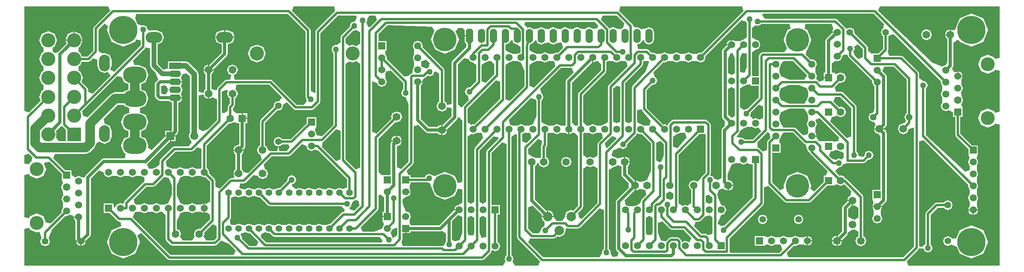
<source format=gtl>
%FSLAX24Y24*%
%MOIN*%
G70*
G01*
G75*
G04 Layer_Physical_Order=1*
G04 Layer_Color=255*
%ADD10C,0.0787*%
%ADD11C,0.0197*%
%ADD12C,0.0276*%
%ADD13C,0.0394*%
%ADD14C,0.0472*%
%ADD15C,0.0315*%
%ADD16C,0.0551*%
%ADD17C,0.2362*%
%ADD18C,0.0650*%
%ADD19C,0.0591*%
%ADD20R,0.0591X0.0591*%
%ADD21R,0.0591X0.0591*%
%ADD22C,0.1161*%
%ADD23C,0.0630*%
%ADD24C,0.0591*%
%ADD25R,0.0591X0.0591*%
%ADD26R,0.0630X0.0630*%
%ADD27C,0.0630*%
%ADD28C,0.1181*%
%ADD29R,0.1181X0.1181*%
%ADD30C,0.0669*%
%ADD31R,0.0669X0.0669*%
%ADD32O,0.0984X0.0551*%
%ADD33R,0.0984X0.0551*%
%ADD34O,0.1400X0.0900*%
%ADD35O,0.0900X0.1400*%
%ADD36O,0.1969X0.1378*%
%ADD37C,0.1969*%
%ADD38O,0.0600X0.1200*%
G04:AMPARAMS|DCode=39|XSize=120mil|YSize=60mil|CornerRadius=0mil|HoleSize=0mil|Usage=FLASHONLY|Rotation=90.000|XOffset=0mil|YOffset=0mil|HoleType=Round|Shape=Octagon|*
%AMOCTAGOND39*
4,1,8,0.0150,0.0600,-0.0150,0.0600,-0.0300,0.0450,-0.0300,-0.0450,-0.0150,-0.0600,0.0150,-0.0600,0.0300,-0.0450,0.0300,0.0450,0.0150,0.0600,0.0*
%
%ADD39OCTAGOND39*%

%ADD40C,0.0787*%
%ADD41C,0.0600*%
%ADD42R,0.0591X0.0591*%
%ADD43C,0.0620*%
%ADD44C,0.0500*%
G36*
X3166Y11637D02*
X3460Y11343D01*
Y10406D01*
X2859D01*
X2640Y10734D01*
X2712Y10906D01*
X1985D01*
Y11006D01*
X2712D01*
X2620Y11227D01*
X3052Y11660D01*
X3166Y11637D01*
D02*
G37*
G36*
X57503Y4025D02*
Y2675D01*
X57139Y2525D01*
X57072Y2591D01*
X56921Y2654D01*
X56586D01*
X55955Y3286D01*
X56105Y3650D01*
X56358D01*
X56510Y3713D01*
X56870Y4073D01*
X56873Y4080D01*
X57249Y4194D01*
X57503Y4025D01*
D02*
G37*
G36*
X68075Y10714D02*
X68013Y10402D01*
X67620Y10371D01*
X67618Y10378D01*
Y10378D01*
X66788D01*
Y10378D01*
X66399Y10378D01*
X66181Y10705D01*
X66207Y10768D01*
X65800D01*
Y10868D01*
X66207D01*
X66102Y11121D01*
X66101Y11121D01*
Y11515D01*
X66102Y11516D01*
X66227Y11818D01*
X66227Y11818D01*
X66102Y12121D01*
X66129Y12185D01*
X66464Y12324D01*
X68075Y10714D01*
D02*
G37*
G36*
X10496Y18154D02*
Y16724D01*
X10591Y16497D01*
X10928Y16160D01*
X11186Y15536D01*
X10979Y15330D01*
X10904Y15148D01*
Y14183D01*
X10979Y14001D01*
X11147Y13834D01*
X11329Y13758D01*
X12082D01*
X12094Y13728D01*
X12320Y13635D01*
Y11336D01*
X12255Y11271D01*
Y10877D01*
X12649D01*
X12795Y11023D01*
X12836Y11122D01*
X12877Y11220D01*
Y13635D01*
X13048Y13706D01*
D01*
D01*
X13048D01*
Y13706D01*
Y13706D01*
X13048D01*
D01*
X13102Y13728D01*
D01*
D01*
X13102D01*
X13201Y13966D01*
X12598D01*
Y14066D01*
X13201D01*
X13199Y14070D01*
D01*
D01*
Y14070D01*
D01*
D01*
Y14070D01*
D01*
D01*
X13199Y14070D01*
D01*
D01*
X13102Y14303D01*
Y14303D01*
D01*
D01*
Y14303D01*
D01*
Y14398D01*
X13102D01*
X13102D01*
X13221Y14685D01*
X13102Y14973D01*
Y14973D01*
D01*
D01*
Y14973D01*
D01*
Y15067D01*
X13102D01*
X13102D01*
X13201Y15304D01*
X12598D01*
Y15404D01*
X13201D01*
X13102Y15642D01*
Y15642D01*
D01*
D01*
Y15642D01*
D01*
Y15736D01*
X13102D01*
X13102D01*
X13213Y16002D01*
X13536Y16066D01*
X13841Y15817D01*
Y11084D01*
X13743Y10849D01*
X13743D01*
X13734Y10827D01*
X13872Y10494D01*
X13894Y10485D01*
Y10485D01*
X13935Y10468D01*
X13977Y10254D01*
X13728Y9949D01*
X12528D01*
X12376Y9886D01*
X11366Y8876D01*
X11303Y8724D01*
Y8414D01*
X11024Y8227D01*
D01*
X10721Y8102D01*
X10721Y8102D01*
X10720Y8100D01*
X10396D01*
X10256Y8416D01*
X10244Y8469D01*
X10279Y8507D01*
X10279D01*
X10279Y8507D01*
X12155Y10383D01*
Y10777D01*
X11761D01*
X10636Y9652D01*
X10309Y9871D01*
X10367Y10011D01*
X10117Y10615D01*
X9752Y10766D01*
Y11225D01*
X10117Y11376D01*
X10367Y11980D01*
X10117Y12584D01*
X9674Y12767D01*
Y13161D01*
X10117Y13345D01*
X10367Y13948D01*
X10117Y14552D01*
X9752Y14703D01*
Y15162D01*
X10117Y15313D01*
X10367Y15917D01*
X10117Y16521D01*
X9513Y16771D01*
X9208D01*
X9058Y17135D01*
X10080Y18157D01*
X10110Y18231D01*
X10496Y18154D01*
D02*
G37*
G36*
X38603Y4002D02*
Y2385D01*
X38274Y2319D01*
X38203Y2341D01*
X38032Y2753D01*
Y4008D01*
X38312Y4157D01*
X38603Y4002D01*
D02*
G37*
G36*
X31163Y3124D02*
Y2559D01*
X30859Y2309D01*
X30754Y2330D01*
X30716Y2422D01*
Y2422D01*
X30716Y2422D01*
X30716Y2422D01*
X30716Y2422D01*
X30716D01*
X30610Y2774D01*
X30631Y2805D01*
X30631Y2805D01*
X30631Y2805D01*
X30715Y3008D01*
X31079Y3159D01*
X31163Y3124D01*
D02*
G37*
G36*
X42191Y11078D02*
X42293Y11036D01*
X42369Y10650D01*
X41947Y10227D01*
X41583Y10378D01*
Y10990D01*
X41796Y11078D01*
X41796Y11080D01*
X42190D01*
X42191Y11078D01*
D02*
G37*
G36*
X23556Y9992D02*
Y9992D01*
X23556Y9992D01*
X23664Y9733D01*
Y9733D01*
X23682Y9690D01*
X23984Y9564D01*
X24028Y9582D01*
X24028D01*
X24287Y9690D01*
X24287D01*
X24287D01*
X24625Y9549D01*
X26951Y7224D01*
Y6523D01*
X26611Y6382D01*
X26324Y6501D01*
X26036Y6382D01*
X26036Y6382D01*
X26036Y6382D01*
X26036D01*
X26031Y6371D01*
X25769Y6382D01*
D01*
X25482Y6501D01*
X25428Y6479D01*
X25428Y6479D01*
X25194Y6382D01*
X25194Y6382D01*
X25194Y6382D01*
X25194D01*
X25189Y6371D01*
X24927Y6382D01*
D01*
X24640Y6501D01*
X24586Y6479D01*
X24586Y6479D01*
X24352Y6382D01*
X24352Y6382D01*
X24352Y6382D01*
X24352D01*
X24347Y6371D01*
X24086Y6382D01*
D01*
X23798Y6501D01*
X23744Y6479D01*
X23744Y6479D01*
X23511Y6382D01*
X23511Y6382D01*
X23511Y6382D01*
X23511D01*
X23505Y6371D01*
X23244Y6382D01*
D01*
X22956Y6501D01*
D01*
D01*
X22688Y6390D01*
X22360Y6609D01*
Y6793D01*
X22542Y6868D01*
D01*
X22610Y6897D01*
X22721Y7164D01*
X22693Y7232D01*
Y7232D01*
X22638Y7365D01*
D01*
X22610Y7432D01*
X22342Y7543D01*
X22275Y7515D01*
X22275D01*
X22074Y7432D01*
X22074Y7432D01*
X22074Y7432D01*
X22074D01*
X22068Y7417D01*
X21963Y7164D01*
X21985Y7111D01*
X21345Y6471D01*
X21273Y6501D01*
X20985Y6382D01*
Y6382D01*
X20724Y6371D01*
X20718Y6382D01*
X20718D01*
X20718Y6382D01*
X20718Y6382D01*
X20431Y6501D01*
X20143Y6382D01*
X20143Y6382D01*
X20143Y6382D01*
X20143D01*
X20138Y6371D01*
X19876Y6382D01*
D01*
X19589Y6501D01*
X19535Y6479D01*
X19535Y6479D01*
X19301Y6382D01*
X19301Y6382D01*
X19301Y6382D01*
X19301D01*
X19296Y6371D01*
X19035Y6382D01*
D01*
X18747Y6501D01*
X18693Y6479D01*
X18693Y6479D01*
X18460Y6382D01*
X18460Y6382D01*
X18460Y6382D01*
X18460D01*
X18454Y6371D01*
X18193Y6382D01*
Y6382D01*
X17948Y6484D01*
X18025Y6870D01*
X18338D01*
X18490Y6933D01*
X19128Y7571D01*
X19514Y7494D01*
X19561Y7379D01*
X19561D01*
X19573Y7352D01*
X19898Y7217D01*
X19925Y7229D01*
D01*
X20223Y7352D01*
X20346Y7650D01*
D01*
X20357Y7677D01*
X20223Y8002D01*
X20195Y8014D01*
Y8014D01*
X20081Y8061D01*
X20004Y8447D01*
X20687Y9130D01*
X22088D01*
X22240Y9193D01*
X23191Y10144D01*
X23556Y9992D01*
D02*
G37*
G36*
X68203Y9514D02*
X68246Y9532D01*
X68453Y9393D01*
Y9000D01*
X68246Y8861D01*
X68048Y8943D01*
X67780Y8832D01*
X67445Y8971D01*
X67231Y9184D01*
X67382Y9548D01*
X67618D01*
Y9548D01*
X67651Y9641D01*
X67885Y9646D01*
D01*
X67885Y9646D01*
D01*
D01*
D01*
X68203Y9514D01*
D02*
G37*
G36*
X22164Y9887D02*
X21945Y9559D01*
X21301D01*
X21224Y9945D01*
X21508Y10063D01*
X21530Y10117D01*
X21530D01*
X21530Y10117D01*
X21538Y10136D01*
X22061D01*
X22164Y9887D01*
D02*
G37*
G36*
X8319Y13345D02*
X8762Y13161D01*
Y12767D01*
X8319Y12584D01*
X8068Y11980D01*
X8319Y11376D01*
X8683Y11225D01*
Y10766D01*
X8319Y10615D01*
X8068Y10011D01*
X8319Y9408D01*
X8463Y9348D01*
X8386Y8962D01*
X6638D01*
X6456Y8886D01*
X5116Y7546D01*
X5040Y7364D01*
X5040D01*
X5040D01*
D01*
X4822Y7354D01*
X4820Y7358D01*
X4518Y7484D01*
X4474Y7466D01*
X4474D01*
X4240Y7369D01*
X3913Y7588D01*
Y7951D01*
X3426D01*
X2403Y8974D01*
X2554Y9338D01*
X5135D01*
X5513Y9494D01*
X5866Y9847D01*
X5911Y9957D01*
X6022Y10224D01*
Y10239D01*
X6272Y10343D01*
X6693Y10168D01*
X7114Y10343D01*
X7288Y10764D01*
Y11264D01*
X7114Y11685D01*
X6699Y11857D01*
X6622Y12243D01*
X7793Y13414D01*
X8290D01*
X8319Y13345D01*
D02*
G37*
G36*
X51493Y10953D02*
X51581Y10989D01*
X52363Y10207D01*
Y7920D01*
X52045Y7153D01*
X51720Y7018D01*
X51382Y6991D01*
X51377Y7001D01*
X51370Y7018D01*
D01*
D01*
D01*
X51095Y7132D01*
Y6693D01*
Y6254D01*
X51370Y6368D01*
D01*
D01*
D01*
X51377Y6385D01*
X51382Y6395D01*
X51720Y6368D01*
D01*
X51894Y6296D01*
X51970Y5910D01*
X51566Y5505D01*
X51503Y5353D01*
Y5261D01*
X51219Y5071D01*
X51219Y5071D01*
Y5071D01*
X50959Y4963D01*
X50959Y4963D01*
Y4963D01*
X50916Y4945D01*
X50915Y4944D01*
X50522D01*
X50521Y4945D01*
X50241Y5062D01*
X50164Y5448D01*
X50978Y6261D01*
X50995Y6254D01*
Y6693D01*
Y7132D01*
X50978Y7125D01*
X50416Y7687D01*
Y8308D01*
X50483Y8336D01*
X50597Y8611D01*
X50158D01*
Y8661D01*
X50108D01*
Y9100D01*
X49833Y8987D01*
Y8987D01*
X49504Y8955D01*
X49483Y8987D01*
D01*
X49483Y8987D01*
Y8987D01*
D01*
D01*
D01*
X49158Y9121D01*
Y9121D01*
D01*
X49158D01*
Y9121D01*
X49136Y9136D01*
X49070Y9235D01*
X49184Y9612D01*
X49750Y9847D01*
X50018Y9736D01*
X50286Y9847D01*
X50286Y9847D01*
D01*
D01*
X50318Y9924D01*
X50397Y10114D01*
X50375Y10168D01*
X51140Y10933D01*
X51199Y11075D01*
X51493Y10953D01*
D02*
G37*
G36*
X49405Y10718D02*
X49481Y10604D01*
X49481Y10604D01*
X48689Y9811D01*
X48586Y9853D01*
X48510Y10239D01*
X49085Y10815D01*
X49405Y10718D01*
D02*
G37*
G36*
X65372Y12818D02*
X65372Y12818D01*
X65372D01*
X65497Y12516D01*
X65499Y12515D01*
Y12121D01*
X65497Y12121D01*
X65372Y11818D01*
X65372Y11818D01*
X65497Y11516D01*
X65499Y11515D01*
Y11121D01*
X65497Y11121D01*
X65433Y10966D01*
X65047Y10889D01*
X64460Y11476D01*
X64308Y11539D01*
X63414D01*
X63227Y11818D01*
X63227Y11818D01*
X63227D01*
X63120Y12077D01*
X63120Y12077D01*
X63120D01*
X63102Y12121D01*
X63101Y12121D01*
Y12515D01*
X63102Y12516D01*
X63120Y12559D01*
X63120Y12559D01*
X63120D01*
X63227Y12818D01*
X63931Y13110D01*
X65177D01*
X65372Y12818D01*
D02*
G37*
G36*
X61733Y13291D02*
Y12328D01*
X61387Y12185D01*
D01*
D01*
X61084Y12310D01*
X60907Y12237D01*
X60628Y12515D01*
X60707Y12704D01*
X60685Y12758D01*
X61369Y13442D01*
X61733Y13291D01*
D02*
G37*
G36*
X49783Y14910D02*
Y12033D01*
X49492Y11877D01*
X49202Y12032D01*
Y14796D01*
X49530Y15015D01*
X49783Y14910D01*
D02*
G37*
G36*
X39773Y15350D02*
Y13964D01*
X37581Y11772D01*
X37493Y11809D01*
X37360Y11753D01*
X37032Y11972D01*
Y13124D01*
X39409Y15500D01*
X39773Y15350D01*
D02*
G37*
G36*
X8137Y15751D02*
X8319Y15313D01*
X8683Y15162D01*
Y14703D01*
X8319Y14552D01*
X8290Y14483D01*
X7572D01*
X7305Y14372D01*
X7194Y14326D01*
X5252Y12384D01*
X4911Y12525D01*
X4835Y12912D01*
X7751Y15828D01*
X8137Y15751D01*
D02*
G37*
G36*
X69103Y13165D02*
Y10807D01*
X68739Y10657D01*
X67345Y12051D01*
X67495Y12415D01*
X67567D01*
D01*
X67615Y12415D01*
X67618D01*
D01*
D01*
D01*
X67877Y12522D01*
X67885Y12512D01*
X67885Y12512D01*
X68203Y12381D01*
X68520Y12512D01*
X68652Y12830D01*
X68520Y13147D01*
X68203Y13279D01*
X68100Y13236D01*
X67610Y13726D01*
X67761Y14090D01*
X68179D01*
X69103Y13165D01*
D02*
G37*
G36*
X59373Y14765D02*
Y12503D01*
X59250Y12421D01*
X59132Y12372D01*
X58805Y12591D01*
Y14758D01*
X59095Y14913D01*
X59373Y14765D01*
D02*
G37*
G36*
X47543Y16974D02*
X47796Y17078D01*
X47796Y17080D01*
X47932D01*
X48210Y16801D01*
Y16339D01*
X46341Y14470D01*
X46279Y14318D01*
Y11720D01*
X46191Y11683D01*
X46190Y11682D01*
X46029D01*
X45751Y11960D01*
Y15274D01*
X47443Y16967D01*
Y17381D01*
X47543D01*
Y16974D01*
D02*
G37*
G36*
X45543Y10974D02*
X45796Y11078D01*
X45796Y11080D01*
X46000D01*
X46279Y10801D01*
Y5003D01*
X45849Y4574D01*
X45686Y4642D01*
X45309Y4485D01*
X45152Y4107D01*
X45169Y4067D01*
X44950Y3739D01*
X44454D01*
X44241Y4057D01*
X43204D01*
X43340Y3730D01*
X43468Y3676D01*
Y3283D01*
X43250Y3192D01*
X43139Y2924D01*
X43139Y2924D01*
X43139Y2924D01*
X42982Y2689D01*
X42487D01*
X42082Y3093D01*
Y4865D01*
X42446Y5015D01*
X43233Y4228D01*
X43204Y4157D01*
X43668D01*
Y4621D01*
X43597Y4592D01*
X42649Y5540D01*
Y8308D01*
X42717Y8336D01*
X42717Y8336D01*
X42717Y8336D01*
D01*
X42916Y8637D01*
X42943Y8634D01*
D01*
X42943D01*
X43067Y8336D01*
X42943Y8634D01*
D01*
X42943D01*
X43067Y8336D01*
X43364Y8213D01*
D01*
X43392Y8202D01*
X43717Y8336D01*
D01*
D01*
X43852Y8661D01*
D01*
D01*
D01*
D01*
D01*
X43717Y8987D01*
D01*
D01*
D01*
X43690Y8998D01*
X43690D01*
Y8998D01*
X43690Y8998D01*
Y8998D01*
D01*
D01*
Y8998D01*
D01*
D01*
X43607Y9032D01*
Y9875D01*
X43645Y9914D01*
X43708Y10066D01*
Y11042D01*
X43753Y11060D01*
X43753Y11060D01*
Y11060D01*
X43796Y11078D01*
X43796Y11080D01*
X44190D01*
X44191Y11078D01*
X44493Y10953D01*
X44796Y11078D01*
X44796Y11080D01*
X45190D01*
X45191Y11078D01*
X45443Y10974D01*
Y11381D01*
X45543D01*
Y10974D01*
D02*
G37*
G36*
X55191Y11078D02*
X55228Y11063D01*
X55320Y10680D01*
X54572Y9808D01*
X54202Y9945D01*
Y10759D01*
X54493Y10953D01*
X54493Y10953D01*
Y10953D01*
X54796Y11078D01*
X54796Y11080D01*
X55190D01*
X55191Y11078D01*
D02*
G37*
G36*
X38191D02*
X38244Y11056D01*
X38339Y10674D01*
X37666Y9857D01*
D01*
X37666Y9857D01*
X37666D01*
X37603Y9705D01*
Y5318D01*
X37312Y5162D01*
X37032Y5312D01*
Y10789D01*
X37360Y11008D01*
X37493Y10953D01*
X37493Y10953D01*
X37796Y11078D01*
X37796Y11080D01*
X38190D01*
X38191Y11078D01*
D02*
G37*
G36*
X51639Y12931D02*
X51639D01*
X51639Y12931D01*
X51639D01*
X52337Y12087D01*
X52242Y11705D01*
X52191Y11683D01*
X52190Y11682D01*
X51796D01*
X51796Y11683D01*
X51753Y11701D01*
X51753Y11701D01*
Y11701D01*
X51493Y11809D01*
X51493Y11809D01*
X51493Y11809D01*
X51202Y12003D01*
Y12977D01*
X51589Y13054D01*
X51639Y12931D01*
D02*
G37*
G36*
X42696Y13908D02*
X42730Y13827D01*
X42783Y13805D01*
Y12508D01*
X42493Y11809D01*
X42191Y11683D01*
X42191Y11683D01*
X42190Y11682D01*
X41796D01*
X41796Y11683D01*
X41493Y11809D01*
X41234Y11701D01*
X41234Y11701D01*
Y11701D01*
X41191Y11683D01*
X41190Y11682D01*
X40796D01*
X40796Y11683D01*
X40567Y11778D01*
X40490Y12164D01*
X42310Y13985D01*
X42696Y13908D01*
D02*
G37*
G36*
X60782Y11580D02*
X61084Y11455D01*
X61341Y11561D01*
X61560Y11234D01*
X60864Y10537D01*
X60189D01*
X60167Y10590D01*
X59900Y10701D01*
X59900Y10701D01*
X59900Y10701D01*
X59506Y10716D01*
X59740Y11066D01*
X59740Y11066D01*
X59802Y11218D01*
Y11266D01*
X60084Y11455D01*
X60084Y11455D01*
Y11455D01*
X60387Y11580D01*
X60387Y11581D01*
X60781D01*
X60782Y11580D01*
D02*
G37*
G36*
X65156Y10173D02*
X65308Y10110D01*
Y10110D01*
X65372Y9818D01*
Y9818D01*
D01*
D01*
D01*
X65497Y9516D01*
D01*
D01*
D01*
X65540Y9498D01*
D01*
D01*
D01*
X65540Y9498D01*
D01*
D01*
D01*
D01*
Y9498D01*
D01*
D01*
X65595Y9475D01*
X65648Y9348D01*
X67120Y7875D01*
X66970Y7511D01*
X66788D01*
Y6985D01*
X66006Y6203D01*
X65679Y6422D01*
X65776Y6656D01*
X65432Y7486D01*
X64602Y7830D01*
X63772Y7486D01*
X63428Y6656D01*
X63494Y6498D01*
X63167Y6279D01*
X62492Y6953D01*
Y9423D01*
X63195D01*
Y10213D01*
X63102D01*
Y10516D01*
X63102Y10516D01*
X63102Y10516D01*
Y10516D01*
X62864Y10277D01*
X63102Y10516D01*
X63102Y10516D01*
X63120Y10559D01*
X63120Y10559D01*
X63120D01*
X63227Y10818D01*
X63227Y10818D01*
X63227Y10818D01*
X63422Y11110D01*
X64219D01*
X65156Y10173D01*
D02*
G37*
G36*
X18460Y5807D02*
X18460D01*
X18460Y5807D01*
X18460Y5807D01*
X18747Y5688D01*
X19035Y5807D01*
Y5807D01*
X19296Y5818D01*
X19301Y5807D01*
X19301D01*
X19301Y5807D01*
X19301Y5807D01*
X19589Y5688D01*
X19662Y5718D01*
X20367Y5013D01*
X20519Y4950D01*
X26498D01*
X26748Y4645D01*
X26715Y4477D01*
X26649D01*
X26497Y4414D01*
X25554Y3471D01*
X25482Y3501D01*
X25482Y3501D01*
X25248Y3404D01*
X24873D01*
X24640Y3501D01*
X24599Y3484D01*
X24406Y3404D01*
X24032D01*
X23798Y3501D01*
X23744Y3479D01*
X23744D01*
X23565Y3404D01*
D01*
D01*
X23565D01*
Y3404D01*
Y3404D01*
X23190D01*
X22956Y3501D01*
X22915Y3484D01*
X22723Y3404D01*
X22348D01*
X22114Y3501D01*
X22060Y3479D01*
X22060D01*
X21881Y3404D01*
D01*
D01*
X21881D01*
Y3404D01*
Y3404D01*
X21506D01*
X21273Y3501D01*
X21232Y3484D01*
X20985Y3382D01*
X20985Y3382D01*
X20985Y3382D01*
X20961Y3372D01*
X20718Y3382D01*
D01*
X20431Y3501D01*
X20377Y3479D01*
X20377Y3479D01*
X20143Y3382D01*
X20143Y3382D01*
X20143Y3382D01*
X20143D01*
X20138Y3371D01*
X19876Y3382D01*
Y3382D01*
X19589Y3501D01*
X19301Y3382D01*
X19301Y3382D01*
X19301Y3382D01*
X19301D01*
X19296Y3371D01*
X19035Y3382D01*
D01*
X18747Y3501D01*
X18693Y3479D01*
X18693Y3479D01*
X18460Y3382D01*
X18460Y3382D01*
X18460Y3382D01*
X18460D01*
X18454Y3371D01*
X18193Y3382D01*
Y3382D01*
X17959Y3479D01*
X17959Y3479D01*
X17905Y3501D01*
X17618Y3382D01*
D01*
X17351Y3382D01*
X17351Y3382D01*
X17226Y3434D01*
X17149Y3820D01*
X17215Y3887D01*
X17278Y4038D01*
Y5666D01*
X17618Y5807D01*
X17905Y5688D01*
X18193Y5807D01*
Y5807D01*
X18454Y5818D01*
X18460Y5807D01*
D02*
G37*
G36*
X48413Y4632D02*
Y1374D01*
X48360Y1352D01*
X48273Y1143D01*
X48249Y1084D01*
D01*
Y1084D01*
X48249D01*
X48277Y1017D01*
X48058Y689D01*
X43365D01*
X42081Y1973D01*
X42299Y2300D01*
X42398Y2260D01*
X44250D01*
X44402Y2323D01*
X44539Y2460D01*
X44702Y2392D01*
X45080Y2549D01*
X45237Y2926D01*
X45237Y2926D01*
X45237Y2926D01*
X45266Y3153D01*
D01*
X45418Y3090D01*
X45418D01*
X46268D01*
X46420Y3153D01*
X48049Y4782D01*
X48413Y4632D01*
D02*
G37*
G36*
X56889Y10985D02*
X56889D01*
X56941Y10933D01*
Y7771D01*
X56566Y7396D01*
X56503Y7244D01*
X56251Y7007D01*
D01*
D01*
D01*
D01*
X55937Y7137D01*
X55623Y7007D01*
X55493Y6693D01*
X55623Y6379D01*
X55722Y6338D01*
Y5216D01*
X55395Y4998D01*
X55219Y5071D01*
X54990Y4976D01*
X54662Y5195D01*
Y9246D01*
X56402Y10985D01*
X56889D01*
D01*
D02*
G37*
G36*
X33751Y6933D02*
Y6933D01*
X33751Y6933D01*
X33806Y6910D01*
X33819Y6905D01*
X33882Y6879D01*
X33970Y6666D01*
D01*
X34313Y5836D01*
X35143Y5493D01*
X35973Y5836D01*
X36217Y6425D01*
X36603Y6348D01*
Y5275D01*
X36322Y5088D01*
X36322Y5088D01*
Y5088D01*
X36020Y4962D01*
X35915Y4710D01*
X36322D01*
Y4610D01*
X35908D01*
X35306Y4007D01*
X34663Y3364D01*
X32273D01*
Y3502D01*
X32181D01*
Y3805D01*
X32181Y3805D01*
X32181Y3805D01*
X32306Y4107D01*
X32306Y4107D01*
Y4107D01*
X32199Y4366D01*
X32199Y4366D01*
X32199D01*
X32181Y4410D01*
X32181Y4410D01*
X31878Y4535D01*
X31592Y5224D01*
Y5538D01*
X31878Y5729D01*
X31878Y5729D01*
Y5729D01*
X32181Y5855D01*
X32285Y6107D01*
X31878D01*
Y6207D01*
X32285D01*
X32199Y6416D01*
X32199Y6416D01*
X32199D01*
X32181Y6460D01*
X32181Y6460D01*
X31952Y6688D01*
Y6688D01*
X32181Y6460D01*
Y6460D01*
X32181Y6460D01*
X32181Y6460D01*
Y6762D01*
X32273D01*
Y6942D01*
X33728D01*
X33751Y6933D01*
D02*
G37*
G36*
X20431Y2688D02*
X20503Y2718D01*
X20760Y2462D01*
X20912Y2399D01*
X29707D01*
X29926Y2071D01*
X29863Y1921D01*
X20225D01*
X19746Y2399D01*
X19792Y2626D01*
X20143Y2807D01*
D01*
X20143D01*
Y2807D01*
D01*
D01*
X20431Y2688D01*
D02*
G37*
G36*
X54233Y6029D02*
Y5614D01*
X54042Y5486D01*
X53665Y5601D01*
X53643Y5653D01*
Y6028D01*
X53940Y6186D01*
X54233Y6029D01*
D02*
G37*
G36*
X12046Y7316D02*
X12315Y6668D01*
Y5930D01*
X12024Y5227D01*
X11721Y5102D01*
X11721Y5102D01*
X11720Y5100D01*
X11327D01*
X11326Y5102D01*
X11024Y5227D01*
X11024Y5227D01*
X10721Y5102D01*
X10720Y5100D01*
X10327D01*
X10326Y5102D01*
X10024Y5227D01*
X9721Y5102D01*
X9720Y5100D01*
X9327D01*
X9326Y5102D01*
X9217Y5147D01*
X9140Y5533D01*
X10197Y6590D01*
X10768D01*
X10920Y6653D01*
X11660Y7393D01*
X12046Y7316D01*
D02*
G37*
G36*
X27936Y5403D02*
X28012Y5017D01*
X27574Y4579D01*
X27198Y4694D01*
X27164Y4863D01*
X27178Y4868D01*
X27178Y4868D01*
Y4868D01*
X27246Y4897D01*
X27246Y4897D01*
X27357Y5164D01*
X27349Y5182D01*
X27494Y5400D01*
X27646Y5463D01*
X27689Y5506D01*
X27936Y5403D01*
D02*
G37*
G36*
X30071Y5676D02*
Y4502D01*
X29933D01*
Y4157D01*
X30328D01*
Y4057D01*
X29933D01*
Y3726D01*
D01*
X29933Y3712D01*
X30048Y3433D01*
X30026Y3410D01*
X30026Y3410D01*
X29900Y3107D01*
X29227Y2828D01*
X28262D01*
X28112Y3192D01*
X29530Y4610D01*
X29592Y4762D01*
Y5891D01*
X29766Y5926D01*
X30071Y5676D01*
D02*
G37*
G36*
X39593Y10713D02*
X39630Y10623D01*
X38666Y9659D01*
X38603Y9507D01*
Y5318D01*
X38312Y5162D01*
X38032Y5312D01*
Y9616D01*
X39206Y10790D01*
X39593Y10713D01*
D02*
G37*
G36*
X40283Y10154D02*
Y834D01*
X40230Y812D01*
X40119Y544D01*
X40209Y327D01*
X39990Y0D01*
X0D01*
Y3071D01*
X386Y3148D01*
X452Y2990D01*
X1018Y2755D01*
X1186Y2825D01*
X1246Y2785D01*
X1441Y2315D01*
X1322Y2028D01*
D01*
D01*
D01*
X1344Y1974D01*
Y1974D01*
D01*
D01*
D01*
Y1974D01*
D01*
D01*
X1344Y1974D01*
D01*
D01*
X1441Y1740D01*
X1728Y1621D01*
X2016Y1740D01*
X2113Y1974D01*
X2113D01*
Y1974D01*
X2135Y2028D01*
X2016Y2315D01*
X2324Y3058D01*
X3430Y4164D01*
X3518Y4128D01*
X3820Y4253D01*
X3820D01*
X3820D01*
X4047Y4159D01*
X4069Y4106D01*
X4518D01*
Y4006D01*
X4111D01*
X4215Y3753D01*
X4260Y3735D01*
Y2238D01*
X4327Y2078D01*
X5142D01*
X5480Y2415D01*
X5555Y2597D01*
Y7258D01*
X6243Y7945D01*
X6596Y7799D01*
X6721Y7497D01*
X7024Y7371D01*
X7326Y7497D01*
X7327Y7498D01*
X7720D01*
X7721Y7497D01*
X8024Y7371D01*
X8024Y7371D01*
X8326Y7497D01*
X8327Y7498D01*
X8720D01*
X8721Y7497D01*
X9024Y7371D01*
X9024Y7371D01*
X9326Y7497D01*
X9327Y7498D01*
X9720D01*
X9721Y7497D01*
X10016Y7375D01*
Y6981D01*
X9956Y6956D01*
X8376Y5376D01*
X8313Y5224D01*
X8205Y5152D01*
X8024Y5227D01*
X7721Y5102D01*
X7721Y5102D01*
Y5102D01*
X7489Y4799D01*
X7419Y5194D01*
Y5194D01*
X6628D01*
Y4404D01*
X7115D01*
X7783Y3736D01*
X7935Y3673D01*
X8026D01*
X8103Y3287D01*
X7287Y2949D01*
X6881Y1969D01*
X7287Y988D01*
X8268Y582D01*
X9248Y988D01*
X9654Y1969D01*
X9426Y2519D01*
X9754Y2738D01*
X11969Y523D01*
X12121Y460D01*
X38268D01*
X38420Y523D01*
X38970Y1073D01*
X39032Y1224D01*
X39119Y1282D01*
X39322Y1198D01*
X39581Y1306D01*
Y1306D01*
X39625Y1323D01*
X39750Y1626D01*
D01*
D01*
D01*
D01*
D01*
X39625Y1929D01*
D01*
D01*
D01*
X39581Y1946D01*
D01*
X39581Y1946D01*
D01*
D01*
D01*
D01*
Y1946D01*
D01*
D01*
X39537Y1965D01*
Y4265D01*
X39717D01*
Y5055D01*
X39032D01*
Y9418D01*
X39919Y10304D01*
X40283Y10154D01*
D02*
G37*
G36*
X57503Y5693D02*
Y5298D01*
X57217Y5145D01*
X56932Y5297D01*
Y5811D01*
X57176Y5912D01*
X57503Y5693D01*
D02*
G37*
G36*
X3122Y7647D02*
Y7196D01*
X3122Y7196D01*
X3122Y7196D01*
X3122Y7161D01*
D01*
D01*
D01*
X3235Y6888D01*
X3200Y6874D01*
Y6874D01*
X3200Y6874D01*
X3200Y6873D01*
X3069Y6556D01*
X3200Y6238D01*
X3200D01*
X3252Y5889D01*
X3215Y5858D01*
X3215D01*
X3215Y5858D01*
X3090Y5556D01*
Y5556D01*
X3090Y5556D01*
X3215Y5253D01*
X3217Y5253D01*
Y4859D01*
X3215Y4858D01*
X3090Y4556D01*
X3090D01*
X3108Y4513D01*
X3108Y4513D01*
X3108D01*
X3126Y4468D01*
X2185Y3527D01*
X1799Y3604D01*
X1584Y4122D01*
X1018Y4357D01*
X452Y4122D01*
X386Y3964D01*
X0Y4041D01*
Y7571D01*
X386Y7648D01*
X452Y7490D01*
X1018Y7255D01*
X1584Y7490D01*
X1818Y8056D01*
X1637Y8493D01*
X1721Y8619D01*
X2113Y8657D01*
X3122Y7647D01*
D02*
G37*
G36*
X26413Y11242D02*
Y8884D01*
X26049Y8733D01*
X24854Y9928D01*
X24931Y10314D01*
X25000Y10343D01*
X26049Y11392D01*
X26413Y11242D01*
D02*
G37*
G36*
X37603Y4002D02*
Y2732D01*
X37519Y2529D01*
X37125D01*
X37032Y2753D01*
Y4008D01*
X37312Y4157D01*
X37603Y4002D01*
D02*
G37*
G36*
X53413Y10157D02*
Y9181D01*
X53216Y8706D01*
X53066Y8625D01*
X52792Y8808D01*
Y10263D01*
X53156Y10414D01*
X53413Y10157D01*
D02*
G37*
G36*
X62285Y11037D02*
X62323Y10646D01*
X62126Y10448D01*
X62063Y10296D01*
Y9667D01*
X61699Y9517D01*
X61420Y9796D01*
X61268Y9859D01*
X61268Y10334D01*
X62097Y11163D01*
X62285Y11037D01*
D02*
G37*
G36*
X43279Y10437D02*
D01*
X43240Y10116D01*
D01*
X43177Y9964D01*
Y9032D01*
X43094Y8998D01*
X43094Y8998D01*
Y8998D01*
X43067Y8987D01*
D01*
D01*
D01*
D01*
X42717Y8987D01*
X42717Y8987D01*
X42392Y9121D01*
D01*
X42082Y9328D01*
Y9755D01*
X42915Y10588D01*
X43279Y10437D01*
D02*
G37*
G36*
X47191Y11078D02*
X47493Y10953D01*
X47796Y11078D01*
X47796Y11080D01*
X48190D01*
X48191Y11078D01*
X48252Y11053D01*
X48329Y10667D01*
X47958Y10296D01*
X47895Y10144D01*
Y9203D01*
X47568Y8984D01*
X47276Y9105D01*
X47035Y9006D01*
X46708Y9224D01*
Y11042D01*
X46796Y11078D01*
X46796Y11080D01*
X47190D01*
X47191Y11078D01*
D02*
G37*
G36*
X60689Y8453D02*
X60689D01*
X60703D01*
X60703D01*
D01*
X60869D01*
X60869Y8453D01*
Y5720D01*
X58471Y3321D01*
X58418Y3343D01*
X58260Y3278D01*
X57932Y3497D01*
Y3525D01*
X58218Y4215D01*
X58521Y4340D01*
Y4340D01*
D01*
X58539Y4384D01*
X58539Y4384D01*
X58539D01*
X58646Y4643D01*
X58539Y4902D01*
X58539Y4902D01*
X58539D01*
X58521Y4945D01*
X58521Y4945D01*
X58218Y5071D01*
X57932Y5761D01*
Y5844D01*
X57883Y5963D01*
X58034Y6327D01*
X58132Y6368D01*
X58144Y6395D01*
D01*
X58132Y6368D01*
X58144Y6395D01*
D01*
X58445Y6424D01*
X58482Y6368D01*
D01*
X58482Y6368D01*
X58482Y6368D01*
X58757Y6254D01*
Y6693D01*
X58807D01*
Y6743D01*
X59246D01*
X59144Y6991D01*
X59144Y6991D01*
X59144D01*
X59132Y7018D01*
X59132Y7018D01*
X58807Y7153D01*
X58765Y7254D01*
Y7650D01*
X59084Y8421D01*
X59387Y8546D01*
X59387Y8548D01*
X59781D01*
X59782Y8546D01*
X60084Y8421D01*
X60387Y8546D01*
Y8546D01*
Y8546D01*
Y8546D01*
Y8546D01*
X60399Y8574D01*
D01*
X60689Y8453D01*
D02*
G37*
G36*
X52510Y3992D02*
Y2775D01*
X52415Y2546D01*
X52022D01*
X51932Y2761D01*
Y3989D01*
X52225Y4145D01*
X52510Y3992D01*
D02*
G37*
G36*
X14809Y9757D02*
Y8138D01*
X14764Y8120D01*
X14764Y8120D01*
Y8120D01*
X14721Y8102D01*
X14720Y8100D01*
X14327D01*
X14326Y8102D01*
X14024Y8227D01*
X14024Y8227D01*
X13721Y8102D01*
X13720Y8100D01*
X13327D01*
X13326Y8102D01*
X13024Y8227D01*
X12721Y8102D01*
X12720Y8100D01*
X12327D01*
X12326Y8102D01*
X12326Y8102D01*
X12024Y8227D01*
D01*
X11862Y8335D01*
X11824Y8727D01*
X12617Y9520D01*
X13968D01*
X14120Y9583D01*
X14445Y9908D01*
X14809Y9757D01*
D02*
G37*
G36*
X14721Y7497D02*
X15024Y7371D01*
X15024Y7371D01*
D01*
X15111Y7408D01*
X15523Y6996D01*
Y5374D01*
X15196Y5156D01*
X15074Y5206D01*
Y4799D01*
Y4392D01*
X15196Y4443D01*
X15484Y4250D01*
X15523Y3858D01*
X14709Y3044D01*
X14606Y3087D01*
X14321Y2969D01*
X14321D01*
X14289Y2955D01*
X14157Y2638D01*
X14171Y2605D01*
D01*
X14242Y2432D01*
X14024Y2105D01*
X13220D01*
X13002Y2432D01*
X13073Y2605D01*
D01*
X13087Y2638D01*
X12955Y2955D01*
X12923Y2969D01*
X12923D01*
X12744Y3043D01*
Y3697D01*
X13024Y4371D01*
X13326Y4497D01*
Y4497D01*
D01*
X13327Y4498D01*
X13720D01*
X13721Y4497D01*
X14024Y4371D01*
X14326Y4497D01*
X14327Y4498D01*
X14720D01*
X14721Y4497D01*
X14974Y4392D01*
Y4799D01*
Y5206D01*
X14721Y5102D01*
X14720Y5100D01*
X14327D01*
X14326Y5102D01*
X14024Y5227D01*
X13721Y5102D01*
X13720Y5100D01*
X13327D01*
X13326Y5102D01*
X13326Y5102D01*
X13024Y5227D01*
X12744Y5901D01*
Y6697D01*
X13024Y7371D01*
X13326Y7497D01*
X13327Y7498D01*
X13720D01*
X13721Y7497D01*
X14024Y7371D01*
X14024Y7371D01*
X14326Y7497D01*
X14327Y7498D01*
X14720D01*
X14721Y7497D01*
D02*
G37*
G36*
X665Y9065D02*
X588Y8679D01*
X452Y8622D01*
X386Y8464D01*
X0Y8541D01*
Y9215D01*
X364Y9366D01*
X665Y9065D01*
D02*
G37*
G36*
X49901Y8284D02*
Y7580D01*
X49976Y7398D01*
X50484Y6890D01*
Y6496D01*
X49496Y5507D01*
X49420Y5325D01*
Y1414D01*
X49496Y1232D01*
X49675Y1053D01*
X49559Y773D01*
X49167Y734D01*
X48978Y1017D01*
X49007Y1084D01*
X49007D01*
Y1084D01*
D01*
X48982Y1143D01*
X48896Y1352D01*
X48842Y1374D01*
Y7991D01*
X49158Y8202D01*
X49158Y8202D01*
X49158D01*
D01*
D01*
X49483Y8336D01*
Y8336D01*
X49483Y8336D01*
X49483Y8336D01*
D01*
X49524Y8397D01*
X49901Y8284D01*
D02*
G37*
G36*
X47895Y8120D02*
Y5236D01*
X46548Y3888D01*
X46340Y4027D01*
X46302Y4419D01*
X46645Y4762D01*
X46708Y4914D01*
Y8098D01*
X47035Y8317D01*
X47276Y8218D01*
X47568Y8339D01*
X47895Y8120D01*
D02*
G37*
G36*
X70053Y18104D02*
Y17417D01*
X69695Y17254D01*
X69436Y17478D01*
X69276Y17867D01*
X69387Y18134D01*
X69387Y18134D01*
X69387Y18134D01*
X69387D01*
X69323Y18288D01*
X69650Y18507D01*
X70053Y18104D01*
D02*
G37*
G36*
X41191Y17078D02*
D01*
X41191Y17078D01*
X41493Y16953D01*
X41783Y16254D01*
Y14974D01*
X40566Y13757D01*
X40202Y13908D01*
Y16759D01*
X40493Y16953D01*
X40493Y16953D01*
Y16953D01*
X40796Y17078D01*
X40796Y17080D01*
X41190D01*
X41191Y17078D01*
D02*
G37*
G36*
X67607Y19810D02*
D01*
D01*
D01*
D01*
D01*
Y19810D01*
D01*
D01*
X67501Y19554D01*
X67913D01*
Y19454D01*
X67499D01*
X67021Y18975D01*
X66945Y18793D01*
Y16111D01*
X66788D01*
Y15746D01*
X67203D01*
Y15646D01*
X66788D01*
Y15502D01*
X66429Y15354D01*
X66150Y15632D01*
X66227Y15818D01*
X66120Y16077D01*
X66120Y16077D01*
X66120D01*
X66102Y16121D01*
X66101Y16121D01*
Y16515D01*
X66102Y16516D01*
X66227Y16818D01*
X66227Y16818D01*
Y16818D01*
X66120Y17077D01*
D01*
X66120D01*
D01*
Y17077D01*
X66120D01*
X66102Y17121D01*
D01*
D01*
D01*
X65800Y17246D01*
D01*
D01*
D01*
X65756Y17228D01*
Y17228D01*
Y17228D01*
Y17228D01*
X65756D01*
D01*
D01*
X65756D01*
D01*
Y17228D01*
X65712Y17210D01*
X65299Y17622D01*
X65376Y18008D01*
X65432Y18031D01*
X65776Y18861D01*
X65432Y19691D01*
X65184Y19793D01*
X65261Y20180D01*
X67454D01*
X67607Y19810D01*
D02*
G37*
G36*
X81496Y17345D02*
X81110Y17268D01*
X81062Y17383D01*
X80496Y17618D01*
X79930Y17383D01*
X79695Y16817D01*
X79930Y16251D01*
X80496Y16016D01*
X81062Y16251D01*
X81110Y16366D01*
X81496Y16289D01*
Y12845D01*
X81110Y12768D01*
X81062Y12883D01*
X80496Y13118D01*
X79930Y12883D01*
X79695Y12317D01*
X79930Y11751D01*
X80496Y11516D01*
X81062Y11751D01*
X81110Y11866D01*
X81496Y11789D01*
Y0D01*
X73879D01*
X73728Y364D01*
X74700Y1335D01*
X74740Y1432D01*
X75133D01*
X75133D01*
X75133D01*
X75133D01*
X75234Y1189D01*
X75502Y1078D01*
X75770Y1189D01*
X75881Y1457D01*
X75881D01*
Y1457D01*
D01*
X75856Y1515D01*
X75770Y1725D01*
X75717Y1747D01*
Y4232D01*
X76313Y4829D01*
X76848D01*
X76856Y4810D01*
D01*
D01*
Y4810D01*
X76856D01*
X76856D01*
Y4810D01*
D01*
D01*
X76878Y4756D01*
D01*
D01*
Y4756D01*
X77165Y4637D01*
D01*
D01*
D01*
X77219Y4659D01*
D01*
D01*
X77219D01*
D01*
D01*
X77219D01*
D01*
D01*
X77219Y4659D01*
D01*
D01*
X77399Y4734D01*
Y4734D01*
X77453Y4756D01*
X77572Y5043D01*
D01*
D01*
X77453Y5331D01*
X77399Y5353D01*
Y5353D01*
X77219Y5428D01*
D01*
X77219Y5428D01*
X77219D01*
D01*
X77219D01*
X77165Y5450D01*
D01*
D01*
D01*
X76878Y5331D01*
Y5331D01*
D01*
D01*
X76856Y5277D01*
D01*
X76856D01*
X76856D01*
Y5277D01*
D01*
D01*
D01*
D01*
D01*
X76848Y5258D01*
X76224D01*
X76073Y5195D01*
X75350Y4473D01*
X75287Y4321D01*
Y1801D01*
X74983Y1551D01*
X74762Y1595D01*
Y10344D01*
X75126Y10494D01*
X78889Y6731D01*
X78871Y6687D01*
X78871D01*
X78871Y6687D01*
X78853Y6644D01*
Y6644D01*
X78853Y6644D01*
X78978Y6341D01*
X78980Y6341D01*
Y5947D01*
X78978Y5946D01*
X78853Y5644D01*
X78853D01*
X78978Y5341D01*
X78980Y5341D01*
Y4947D01*
X78978Y4946D01*
X78874Y4694D01*
X79688D01*
X79583Y4946D01*
X79582Y4947D01*
Y5341D01*
X79583Y5341D01*
X79709Y5644D01*
X79709Y5644D01*
X79583Y5946D01*
X79582Y5947D01*
Y6341D01*
X79583Y6341D01*
X79709Y6644D01*
X79601Y6903D01*
X79601Y6903D01*
X79601D01*
X79583Y6946D01*
X79582Y6947D01*
Y7341D01*
X79583Y7341D01*
X79709Y7644D01*
X79709Y7644D01*
X79583Y7946D01*
X79582Y7947D01*
Y8341D01*
X79583Y8341D01*
X79709Y8644D01*
D01*
D01*
D01*
D01*
X79583Y8946D01*
X79583Y8946D01*
X79556Y8958D01*
X79676Y9248D01*
X79676Y9262D01*
X79676Y9262D01*
X79676D01*
Y10039D01*
X79189D01*
X78211Y11017D01*
Y12422D01*
X78391D01*
Y13177D01*
X78391Y13177D01*
X78391Y13177D01*
X78391Y13212D01*
D01*
D01*
D01*
X78278Y13485D01*
X78314Y13499D01*
Y13499D01*
X78314Y13499D01*
X78314Y13499D01*
X78445Y13817D01*
X78314Y14135D01*
X78314D01*
X78262Y14484D01*
X78299Y14514D01*
X78299D01*
X78299Y14514D01*
X78424Y14817D01*
X78424D01*
X78299Y15119D01*
X78297Y15120D01*
Y15514D01*
X78299Y15514D01*
X78403Y15767D01*
X77996D01*
Y15817D01*
X77946D01*
Y16224D01*
X77719Y16130D01*
X77501Y16458D01*
X77560Y16517D01*
X77635Y16699D01*
Y18640D01*
X77963Y18859D01*
X78116Y18795D01*
X78153Y18705D01*
X79134Y18298D01*
X80114Y18705D01*
X80521Y19685D01*
X80114Y20666D01*
X79134Y21072D01*
X78153Y20666D01*
X77747Y19685D01*
X77747Y19685D01*
X77747D01*
X77642Y19642D01*
X77428Y19730D01*
Y19291D01*
X77378D01*
Y19241D01*
X76939D01*
X77053Y18966D01*
X77121Y18938D01*
Y17045D01*
X76996Y16745D01*
X76694Y16619D01*
D01*
X75874Y16959D01*
X71335Y21288D01*
X71481Y21654D01*
X81496D01*
Y17345D01*
D02*
G37*
G36*
X23486Y19557D02*
Y14101D01*
X23549Y13949D01*
X23561Y13938D01*
X23539Y13884D01*
X23592Y13757D01*
X23373Y13429D01*
X22747D01*
X20700Y15476D01*
X20548Y15539D01*
X17564D01*
X17488Y15925D01*
X17712Y16018D01*
X17846Y16343D01*
X17712Y16668D01*
X17387Y16803D01*
X17061Y16668D01*
X16938Y16371D01*
D01*
X16927Y16343D01*
X17061Y16018D01*
X17089Y16007D01*
Y16007D01*
X17286Y15925D01*
X17286Y15925D01*
X17209Y15539D01*
X16898D01*
X16746Y15476D01*
X16146Y14876D01*
X16083Y14724D01*
X16083Y14724D01*
X16083Y14724D01*
X16042Y14663D01*
X15857Y14681D01*
X15644Y14745D01*
Y15990D01*
X15712Y16018D01*
X15826Y16293D01*
X14948D01*
X15061Y16018D01*
X15129Y15990D01*
Y14723D01*
X15061Y14695D01*
X14955Y14438D01*
X14569Y14514D01*
Y15987D01*
X14569Y15987D01*
X14462Y16245D01*
D01*
X14462D01*
D01*
D01*
X14462Y16245D01*
D01*
D01*
D01*
X14462Y16245D01*
X13757Y16950D01*
X13499Y17057D01*
X13191D01*
Y17069D01*
X12006D01*
Y16505D01*
X11643Y16354D01*
X11139Y16858D01*
Y18505D01*
X11498Y18654D01*
X11672Y19075D01*
X11498Y19496D01*
X11077Y19670D01*
X10577D01*
X10507Y19641D01*
X10307Y19724D01*
X10224Y19925D01*
D01*
X10196Y19992D01*
X9928Y20103D01*
X9860Y20075D01*
D01*
X9804Y20052D01*
X9440Y20203D01*
X9248Y20666D01*
Y20666D01*
Y20666D01*
X9321Y21030D01*
X22013D01*
X23486Y19557D01*
D02*
G37*
G36*
X7149Y21290D02*
X5823Y19964D01*
X5761Y19812D01*
Y17974D01*
X5257Y17470D01*
X4809D01*
X4679Y17784D01*
X4529Y17846D01*
Y18240D01*
X4679Y18302D01*
X4877Y18780D01*
X3424D01*
X3515Y18559D01*
X2796Y17840D01*
X2552Y17760D01*
X2514Y17784D01*
X2514Y17784D01*
X2514Y17784D01*
X2364Y17846D01*
Y18240D01*
X2514Y18302D01*
X2732Y18830D01*
X2514Y19359D01*
X1985Y19578D01*
X1457Y19359D01*
X1238Y18830D01*
X1457Y18302D01*
X1606Y18240D01*
Y17846D01*
X1457Y17784D01*
X1238Y17256D01*
X1457Y16727D01*
X1606Y16665D01*
Y16271D01*
X1457Y16209D01*
X1238Y15681D01*
X1457Y15152D01*
X1606Y15090D01*
Y14696D01*
X1457Y14634D01*
X1238Y14106D01*
X1368Y13792D01*
X364Y12788D01*
X0Y12939D01*
Y21654D01*
X6999D01*
X7149Y21290D01*
D02*
G37*
G36*
X43191Y17078D02*
X43493Y16953D01*
X43796Y17078D01*
X43796Y17080D01*
X44190D01*
X44191Y17078D01*
X44291Y17036D01*
X44368Y16650D01*
X42576Y14858D01*
X42212Y15009D01*
Y16765D01*
X42493Y16953D01*
X42493Y16953D01*
Y16953D01*
X42796Y17078D01*
X42796Y17080D01*
X43190D01*
X43191Y17078D01*
D02*
G37*
G36*
X39279Y16801D02*
Y15977D01*
X38566Y15265D01*
X38202Y15416D01*
Y16759D01*
X38493Y16953D01*
X38493Y16953D01*
Y16953D01*
X38796Y17078D01*
X38796Y17080D01*
X39000D01*
X39279Y16801D01*
D02*
G37*
G36*
X50191Y17078D02*
X50234Y17060D01*
X50234Y17060D01*
Y17060D01*
X50315Y17027D01*
X50392Y16641D01*
X48836Y15084D01*
X48773Y14933D01*
Y11995D01*
X48493Y11809D01*
X48493Y11809D01*
Y11809D01*
X48191Y11683D01*
X48190Y11682D01*
X47796D01*
X47796Y11683D01*
X47493Y11809D01*
X47191Y11683D01*
X47190Y11682D01*
X46986D01*
X46708Y11960D01*
Y14229D01*
X48577Y16098D01*
X48640Y16250D01*
Y17014D01*
X48796Y17078D01*
X48796Y17080D01*
X49190D01*
X49191Y17078D01*
X49234Y17060D01*
X49234Y17060D01*
Y17060D01*
X49493Y16953D01*
X49493Y16953D01*
X49796Y17078D01*
X49796Y17080D01*
X50190D01*
X50191Y17078D01*
D02*
G37*
G36*
X68753Y17625D02*
X68793Y17575D01*
Y17575D01*
X68793Y17575D01*
X68856Y17423D01*
X70868Y15411D01*
X70832Y15323D01*
X70957Y15020D01*
X71045Y14984D01*
Y13059D01*
X70941Y12808D01*
X70941D01*
X70941Y12808D01*
X70653Y12689D01*
X70534Y12402D01*
X70631Y12168D01*
X70631D01*
X70653Y12114D01*
X70941Y11995D01*
X70995Y12017D01*
X70995Y12017D01*
X71001Y12020D01*
X71116Y11742D01*
X71105Y11715D01*
X71105D01*
X71105Y11715D01*
X71002Y11467D01*
X71881D01*
X71873Y11485D01*
X71980Y11592D01*
X72055Y11774D01*
Y15785D01*
X71980Y15967D01*
X71701Y16246D01*
X71806Y16500D01*
X71879Y16610D01*
X72654D01*
X73726Y15537D01*
Y12719D01*
X73707Y12711D01*
D01*
D01*
X73707D01*
Y12711D01*
Y12711D01*
X73653Y12689D01*
X73534Y12402D01*
X73534D01*
X73653Y12114D01*
X73582Y11941D01*
X73441Y11877D01*
X73441Y11877D01*
X73116Y11742D01*
X73116Y11742D01*
X73105Y11715D01*
X73105D01*
X73105Y11715D01*
X72992Y11445D01*
D01*
X72981Y11417D01*
X73116Y11092D01*
X73143Y11081D01*
Y11081D01*
X73441Y10958D01*
X73766Y11092D01*
X73884Y11376D01*
X74247Y11527D01*
X74333Y11491D01*
Y1576D01*
X73446Y689D01*
X63858D01*
X63707Y1053D01*
X64330Y1675D01*
X64374Y1657D01*
Y1657D01*
X64374Y1657D01*
X64417Y1639D01*
X64417Y1639D01*
X64720Y1764D01*
X64720Y1766D01*
X65114D01*
X65115Y1764D01*
X65367Y1660D01*
Y2067D01*
Y2474D01*
X65115Y2369D01*
X65114Y2368D01*
X64720D01*
X64720Y2369D01*
X64417Y2495D01*
X64417Y2495D01*
X64417Y2495D01*
X64417Y2495D01*
X64417Y2495D01*
X64115Y2369D01*
X64114Y2368D01*
X63720D01*
X63720Y2369D01*
X63417Y2495D01*
X63115Y2369D01*
X63114Y2368D01*
X62720D01*
X62720Y2369D01*
X62417Y2495D01*
X62417Y2495D01*
X62115Y2369D01*
X62115Y2369D01*
X62103Y2342D01*
X61813Y2462D01*
X61799Y2462D01*
X61799Y2462D01*
Y2462D01*
X61022D01*
Y1672D01*
X61799D01*
X61799Y1672D01*
Y1672D01*
X61813Y1672D01*
X62103Y1792D01*
X62103D01*
X62115Y1764D01*
Y1764D01*
Y1764D01*
Y1764D01*
Y1764D01*
X62417Y1639D01*
X62720Y1764D01*
X62720Y1766D01*
X63114D01*
X63115Y1764D01*
X63211Y1725D01*
X63317Y1345D01*
X63114Y1067D01*
X58982D01*
X58927Y1149D01*
Y2235D01*
X61740Y5048D01*
X61802Y5200D01*
Y6521D01*
X62166Y6672D01*
X63526Y5313D01*
X63678Y5250D01*
X65571D01*
X65723Y5313D01*
X67092Y6682D01*
X67567D01*
D01*
X67615Y6682D01*
X67618D01*
D01*
D01*
D01*
X67877Y6789D01*
X67885Y6779D01*
X67885Y6779D01*
X68203Y6647D01*
X68520Y6779D01*
X68520Y6779D01*
Y6779D01*
X68536Y6782D01*
X69110Y6209D01*
X69033Y5823D01*
X68895Y5766D01*
D01*
Y5766D01*
Y5766D01*
X68895Y5766D01*
Y5766D01*
X68868Y5754D01*
D01*
D01*
D01*
X68754Y5479D01*
X69193D01*
Y5429D01*
X69243D01*
Y4990D01*
X69356Y5037D01*
X69683Y4818D01*
Y4040D01*
X69356Y3822D01*
X69220Y3878D01*
X69220Y3878D01*
X69220Y3878D01*
X69193Y3889D01*
X69172Y3880D01*
X68845Y4099D01*
Y4717D01*
X69125Y4997D01*
X69143Y4990D01*
Y5379D01*
X68754D01*
X68761Y5361D01*
X68406Y5006D01*
X68330Y4824D01*
Y2864D01*
X67965Y2499D01*
X67948Y2506D01*
Y2117D01*
X68337D01*
X68329Y2135D01*
X68770Y2575D01*
X68845Y2757D01*
Y2759D01*
X69172Y2978D01*
X69193Y2969D01*
X69356Y3037D01*
X69683Y2818D01*
Y2438D01*
X69600Y2403D01*
D01*
Y2403D01*
Y2403D01*
X69600Y2403D01*
Y2403D01*
X69573Y2392D01*
D01*
D01*
D01*
X69438Y2067D01*
D01*
D01*
D01*
D01*
D01*
X69573Y1742D01*
X69600Y1730D01*
X69600Y1730D01*
X69870Y1618D01*
D01*
X69898Y1607D01*
X70223Y1742D01*
D01*
D01*
X70357Y2067D01*
D01*
D01*
D01*
D01*
D01*
X70223Y2392D01*
D01*
D01*
D01*
X70195Y2403D01*
X70195D01*
Y2403D01*
X70195Y2403D01*
Y2403D01*
D01*
D01*
Y2403D01*
D01*
D01*
X70112Y2438D01*
Y5724D01*
X70050Y5876D01*
X68677Y7248D01*
X68571Y7293D01*
X68534Y7381D01*
Y7381D01*
X68534D01*
D01*
Y7381D01*
X68534D01*
X68520Y7414D01*
D01*
D01*
D01*
X68203Y7546D01*
D01*
D01*
D01*
X68170Y7532D01*
Y7532D01*
X68170Y7532D01*
Y7532D01*
D01*
D01*
D01*
D01*
D01*
Y7532D01*
X68100Y7503D01*
X67770Y7886D01*
X67947Y8130D01*
X68048Y8186D01*
D01*
X68316Y8297D01*
X68368Y8422D01*
X68731Y8573D01*
X68788Y8550D01*
X70118D01*
X70270Y8613D01*
X70515Y8858D01*
X70568Y8836D01*
X70836Y8947D01*
X70947Y9214D01*
X70836Y9482D01*
X70568Y9593D01*
X70300Y9482D01*
X70189Y9214D01*
X70211Y9161D01*
X70143Y9094D01*
X69751Y9132D01*
X69697Y9214D01*
X69697Y9214D01*
X69697D01*
X69586Y9482D01*
X69532Y9504D01*
Y13254D01*
X69470Y13406D01*
X68420Y14456D01*
X68268Y14519D01*
X67844D01*
X67693Y14883D01*
X68100Y15290D01*
X68170Y15261D01*
Y15261D01*
D01*
D01*
X68170Y15261D01*
D01*
D01*
D01*
X68170D01*
X68203Y15247D01*
D01*
D01*
D01*
X68520Y15379D01*
D01*
D01*
D01*
D01*
D01*
X68652Y15696D01*
D01*
D01*
X68520Y16014D01*
X68488Y16028D01*
X68488D01*
X68235Y16132D01*
D01*
X68203Y16146D01*
X67885Y16014D01*
X67885Y16014D01*
X67877Y16004D01*
X67618Y16111D01*
X67571Y16111D01*
X67571D01*
X67460D01*
Y16904D01*
X67787Y17123D01*
X67873Y17088D01*
D01*
X67913Y17071D01*
X68220Y17198D01*
X68236Y17239D01*
X68236D01*
X68346Y17504D01*
X68341Y17518D01*
X68543Y17637D01*
X68753Y17625D01*
D02*
G37*
G36*
X28053Y16875D02*
Y8187D01*
X27689Y8037D01*
X26842Y8883D01*
Y16856D01*
X27170Y17075D01*
X27425Y16969D01*
X27726Y17094D01*
X28053Y16875D01*
D02*
G37*
G36*
X64020Y19793D02*
X63772Y19691D01*
X63428Y18861D01*
X63723Y18151D01*
X63504Y17823D01*
X61689D01*
X61537Y17761D01*
X61436Y17659D01*
X61373Y17507D01*
Y15812D01*
X60875D01*
X60802Y15921D01*
Y17835D01*
X61084Y18023D01*
X61084Y18023D01*
Y18023D01*
X61387Y18148D01*
X61512Y18451D01*
X61387Y18753D01*
X61084Y18879D01*
X61084Y18879D01*
X61084Y18879D01*
X60802Y19067D01*
Y19857D01*
X61130Y20076D01*
X61276Y20016D01*
X61544Y20127D01*
X61566Y20180D01*
X63943D01*
X64020Y19793D01*
D02*
G37*
G36*
X60099Y21290D02*
X56581Y17772D01*
X56537Y17791D01*
Y17791D01*
X56537Y17791D01*
X56493Y17809D01*
X56493Y17809D01*
X56191Y17683D01*
X56190Y17682D01*
X55796D01*
X55796Y17683D01*
X55493Y17809D01*
X55191Y17683D01*
X55190Y17682D01*
X54796D01*
X54796Y17683D01*
X54493Y17809D01*
X54191Y17683D01*
X54190Y17682D01*
X53796D01*
X53796Y17683D01*
X53493Y17809D01*
X53493Y17809D01*
X53493Y17809D01*
X53493Y17809D01*
X53493Y17809D01*
X53191Y17683D01*
X53190Y17682D01*
X52796D01*
X52796Y17683D01*
X52493Y17809D01*
X52493Y17809D01*
X52450Y17791D01*
X52450Y17791D01*
Y17791D01*
X52406Y17772D01*
X52151Y18026D01*
X52000Y18089D01*
X51288D01*
X51211Y18475D01*
X51487Y18590D01*
X51487Y18590D01*
Y18590D01*
X51748Y18896D01*
D01*
D01*
X51875Y18590D01*
X52181Y18463D01*
X52487Y18590D01*
X52614Y18896D01*
Y19496D01*
X52487Y19802D01*
X52181Y19929D01*
X51875Y19802D01*
Y19802D01*
X51533Y19748D01*
X51487Y19802D01*
Y19802D01*
X51487Y19802D01*
X51181Y19929D01*
X51064Y19880D01*
X50894Y19994D01*
X50831Y20146D01*
X49711Y21266D01*
X49708Y21267D01*
X49785Y21654D01*
X59948D01*
X60099Y21290D01*
D02*
G37*
G36*
X9721Y4497D02*
X10024Y4371D01*
X10326Y4497D01*
X10327Y4498D01*
X10720D01*
X10721Y4497D01*
X11024Y4371D01*
X11024Y4371D01*
X11326Y4497D01*
X11327Y4498D01*
X11530D01*
X11809Y4220D01*
Y2225D01*
X11872Y2073D01*
X12207Y1738D01*
X12359Y1675D01*
X15943D01*
X16095Y1738D01*
X16444Y2087D01*
X17073Y1827D01*
X17647Y1253D01*
X17496Y889D01*
X12210D01*
X9065Y4034D01*
X9072Y4070D01*
X9233Y4458D01*
X9326Y4497D01*
X9327Y4498D01*
X9720D01*
X9721Y4497D01*
D02*
G37*
G36*
X18747Y2688D02*
X18820Y2718D01*
X19550Y1988D01*
X19400Y1624D01*
X18812D01*
X18165Y2271D01*
X18187Y2324D01*
X18076Y2592D01*
D01*
X18112Y2659D01*
X18465Y2805D01*
X18747Y2688D01*
D02*
G37*
G36*
X31928Y2712D02*
X32273D01*
Y2850D01*
X34769D01*
X34903Y2905D01*
X35230Y2686D01*
Y2017D01*
X35220Y2012D01*
X35109Y1744D01*
X35109Y1744D01*
X35109Y1744D01*
X35105Y1723D01*
X34923Y1624D01*
X31632D01*
X31482Y1988D01*
X31530Y2036D01*
X31592Y2188D01*
Y2712D01*
X31828D01*
Y3107D01*
X31928D01*
Y2712D01*
D02*
G37*
G36*
X71822Y20187D02*
X71746Y19801D01*
X71739Y19798D01*
D01*
X71685Y19776D01*
X71566Y19488D01*
D01*
D01*
D01*
D01*
D01*
X71685Y19201D01*
X71685D01*
D01*
D01*
X71739Y19178D01*
D01*
X71739D01*
D01*
Y19178D01*
Y19178D01*
X71739D01*
D01*
D01*
D01*
D01*
D01*
X71758Y19171D01*
Y18124D01*
X71351Y17718D01*
X70865D01*
Y17718D01*
X70761D01*
X70482Y17996D01*
Y18193D01*
X70420Y18345D01*
X69349Y19416D01*
X69379Y19488D01*
X69282Y19722D01*
X69282D01*
X69260Y19776D01*
X68972Y19895D01*
X68919Y19872D01*
X68919Y19872D01*
X68685Y19776D01*
D01*
X68570Y19896D01*
Y19896D01*
X68570Y19896D01*
X67920Y20546D01*
X67768Y20609D01*
X61876D01*
X61658Y20937D01*
X61703Y21045D01*
X70964D01*
X71822Y20187D01*
D02*
G37*
G36*
X28053Y19485D02*
Y18558D01*
X27726Y18340D01*
X27425Y18464D01*
X27170Y18358D01*
X26842Y18577D01*
Y18985D01*
X27520Y19663D01*
X27573Y19641D01*
X27726Y19704D01*
X28053Y19485D01*
D02*
G37*
G36*
X41153Y10930D02*
Y2382D01*
X41216Y2230D01*
X43083Y364D01*
X42932Y0D01*
X41005D01*
X40787Y327D01*
X40877Y544D01*
X40766Y812D01*
X40712Y834D01*
Y10758D01*
X41040Y10977D01*
X41153Y10930D01*
D02*
G37*
G36*
X29475Y20536D02*
X28846Y19907D01*
X28725Y19957D01*
X28575Y20321D01*
X28625Y20441D01*
X28647Y20494D01*
D01*
D01*
Y20494D01*
Y20494D01*
X28647D01*
X28614Y20572D01*
X28833Y20900D01*
X29325D01*
X29475Y20536D01*
D02*
G37*
G36*
X42875Y18590D02*
X43181Y18463D01*
X43487Y18590D01*
Y18590D01*
X43829Y18643D01*
X43875Y18590D01*
Y18590D01*
X43875Y18590D01*
X44181Y18463D01*
X44487Y18590D01*
Y18590D01*
X44829Y18643D01*
X44875Y18590D01*
Y18590D01*
X44875Y18590D01*
X44918Y18572D01*
X44994Y18186D01*
X44581Y17772D01*
X44537Y17791D01*
Y17791D01*
X44537Y17791D01*
X44493Y17809D01*
X44493Y17809D01*
X44191Y17683D01*
X44190Y17682D01*
X43796D01*
X43796Y17683D01*
X43493Y17809D01*
X43191Y17683D01*
X43190Y17682D01*
X42796D01*
X42796Y17683D01*
X42796Y17683D01*
X42493Y17809D01*
D01*
X42212Y17996D01*
Y18312D01*
X42251Y18492D01*
X42487Y18590D01*
X42487Y18590D01*
Y18590D01*
X42748Y18896D01*
D01*
D01*
X42875Y18590D01*
D02*
G37*
G36*
X40875D02*
X41181Y18463D01*
X41181Y18463D01*
X41181Y18463D01*
X41464Y18273D01*
Y17797D01*
X41191Y17683D01*
X41190Y17682D01*
X40796D01*
X40796Y17683D01*
X40493Y17809D01*
X40493Y17809D01*
X40493Y17809D01*
X40202Y18003D01*
Y18472D01*
X40487Y18590D01*
X40487Y18590D01*
Y18590D01*
X40748Y18896D01*
D01*
D01*
X40875Y18590D01*
D02*
G37*
G36*
X47928Y20069D02*
X47881Y19835D01*
X47511Y19798D01*
X47487Y19802D01*
Y19802D01*
X47181Y19929D01*
X47140Y19912D01*
D01*
X46875Y19802D01*
X46875Y19802D01*
Y19802D01*
X46829Y19748D01*
X46487Y19802D01*
Y19802D01*
X46181Y19929D01*
X46140Y19912D01*
D01*
X45875Y19802D01*
X45875Y19802D01*
Y19802D01*
X45829Y19748D01*
X45487Y19802D01*
Y19802D01*
X45181Y19929D01*
X45140Y19912D01*
D01*
X44875Y19802D01*
X44875Y19802D01*
Y19802D01*
X44829Y19748D01*
X44487Y19802D01*
Y19802D01*
X44181Y19929D01*
X44140Y19912D01*
D01*
X43875Y19802D01*
X43875Y19802D01*
Y19802D01*
X43829Y19748D01*
X43487Y19802D01*
Y19802D01*
X43181Y19929D01*
X42875Y19802D01*
Y19802D01*
X42533Y19748D01*
X42487Y19802D01*
Y19802D01*
X42487Y19802D01*
X42181Y19929D01*
X42032Y19867D01*
X41754Y20146D01*
X41848Y20373D01*
X47678D01*
X47928Y20069D01*
D02*
G37*
G36*
X60286Y20407D02*
X60320Y20327D01*
X60373Y20305D01*
Y19072D01*
X60084Y18879D01*
X60084Y18879D01*
Y18879D01*
X59825Y18771D01*
X59825Y18771D01*
Y18771D01*
X59782Y18753D01*
X59781Y18752D01*
X59387D01*
X59387Y18753D01*
X59134Y18858D01*
Y18451D01*
X59084D01*
Y18401D01*
X58670D01*
X58366Y18096D01*
X58290Y17914D01*
Y12419D01*
X58366Y12237D01*
X58523Y12079D01*
Y11686D01*
X58326Y11488D01*
X58250Y11306D01*
Y7323D01*
X57994Y7152D01*
X57618Y7267D01*
X57552Y7426D01*
X57308Y7527D01*
D01*
X57307Y7530D01*
X57370Y7682D01*
D01*
X57370Y7682D01*
X57370Y7682D01*
Y11742D01*
X57307Y11894D01*
X57075Y12126D01*
X56923Y12189D01*
X54238D01*
X54086Y12126D01*
X53836Y11876D01*
X53773Y11724D01*
X53744Y11705D01*
X53493Y11809D01*
X53406Y11772D01*
X52006Y13172D01*
Y14649D01*
X52455Y15098D01*
X52508Y15076D01*
X52776Y15187D01*
X52858Y15387D01*
Y15387D01*
X52887Y15454D01*
X52776Y15722D01*
X52708Y15750D01*
D01*
X52653Y15773D01*
X52576Y16159D01*
X53406Y16989D01*
X53493Y16953D01*
X53796Y17078D01*
X53796Y17080D01*
X54190D01*
X54191Y17078D01*
X54493Y16953D01*
X54796Y17078D01*
X54796Y17080D01*
X55190D01*
X55191Y17078D01*
X55493Y16953D01*
X55493Y16953D01*
X55796Y17078D01*
X55796Y17080D01*
X56190D01*
X56191Y17078D01*
X56493Y16953D01*
X56493Y16953D01*
X56753Y17060D01*
D01*
Y17060D01*
D01*
X56753D01*
Y17060D01*
D01*
D01*
X56796Y17078D01*
D01*
D01*
D01*
X56921Y17381D01*
D01*
D01*
D01*
X56903Y17424D01*
D01*
D01*
X56903Y17424D01*
X56903D01*
X56903D01*
Y17424D01*
D01*
D01*
Y17424D01*
D01*
X56903D01*
X56885Y17468D01*
X59900Y20484D01*
X60286Y20407D01*
D02*
G37*
G36*
X50114Y20255D02*
X50038Y19869D01*
X49875Y19802D01*
X49875Y19802D01*
Y19802D01*
X49829Y19748D01*
X49487Y19802D01*
Y19802D01*
X49181Y19929D01*
X49140Y19912D01*
D01*
X48875Y19802D01*
X48875D01*
D01*
X48865D01*
X48834Y19876D01*
X48175Y20536D01*
X48325Y20900D01*
X49470D01*
X50114Y20255D01*
D02*
G37*
G36*
X53952Y3047D02*
X54104Y2984D01*
X55067D01*
X55743Y2308D01*
X55592Y1944D01*
X55522D01*
X55521Y1945D01*
X55219Y2071D01*
X55219Y2071D01*
X55175Y2053D01*
X55175Y2053D01*
Y2053D01*
X54972Y1969D01*
X54932Y1995D01*
X54870Y2147D01*
X54720Y2296D01*
X54568Y2359D01*
X54018D01*
X53866Y2296D01*
X53593Y2023D01*
X53206Y2100D01*
X52940Y2744D01*
Y3545D01*
X53303Y3696D01*
X53952Y3047D01*
D02*
G37*
G36*
X17021Y14598D02*
X16938Y14397D01*
X16938D01*
D01*
D01*
X16938Y14397D01*
D01*
Y14397D01*
D01*
D01*
X16927Y14370D01*
D01*
D01*
D01*
X17061Y14045D01*
D01*
D01*
D01*
X17089Y14034D01*
D01*
D01*
D01*
Y14034D01*
X17089Y14034D01*
Y14034D01*
D01*
D01*
Y14034D01*
D01*
D01*
X17172Y13999D01*
Y13511D01*
X17057Y13396D01*
X16994Y13244D01*
Y12932D01*
X16667Y12714D01*
X16512Y12778D01*
Y14521D01*
X16860Y14706D01*
X17021Y14598D01*
D02*
G37*
G36*
X6098Y17179D02*
Y16679D01*
X6272Y16258D01*
X6693Y16084D01*
X6967Y16197D01*
X7185Y15870D01*
X5687Y14371D01*
X5323Y14522D01*
Y14723D01*
X5260Y14875D01*
X4768Y15367D01*
X4898Y15681D01*
X4679Y16209D01*
X4529Y16271D01*
Y16665D01*
X4679Y16727D01*
X4809Y17041D01*
X5346D01*
X5498Y17104D01*
X5727Y17333D01*
X6098Y17179D01*
D02*
G37*
G36*
X11837Y15029D02*
X12010Y14770D01*
X11975Y14685D01*
X12010Y14600D01*
X11821Y14318D01*
X11706Y14306D01*
X11419Y14393D01*
Y14977D01*
X11651Y15047D01*
X11837Y15029D01*
D02*
G37*
G36*
X76605Y15405D02*
X76568Y15317D01*
X76694Y15014D01*
X76695Y15014D01*
Y14620D01*
X76694Y14619D01*
X76568Y14317D01*
X76568D01*
X76694Y14014D01*
X76695Y14014D01*
Y13620D01*
X76694Y13619D01*
X76568Y13317D01*
X76568D01*
X76694Y13014D01*
X76996Y12889D01*
X77273Y13004D01*
X77601Y12785D01*
Y12422D01*
X77781D01*
Y10928D01*
X77844Y10776D01*
X78885Y9735D01*
Y9262D01*
X78885Y9262D01*
X78885D01*
X78885Y9248D01*
X79006Y8958D01*
X78978Y8946D01*
X78978Y8946D01*
X78853Y8644D01*
X78853D01*
X78978Y8341D01*
X78980Y8341D01*
Y7990D01*
X78761Y7895D01*
X78592Y7858D01*
X75322Y10906D01*
Y14775D01*
X75376Y14797D01*
X75458Y14997D01*
D01*
X75487Y15064D01*
X75376Y15332D01*
X75308Y15360D01*
D01*
X75108Y15443D01*
X75090Y15436D01*
X74762Y15655D01*
Y16043D01*
X74700Y16195D01*
X73420Y17475D01*
X73268Y17538D01*
X72268D01*
X72124Y17884D01*
X72187Y18035D01*
Y19171D01*
X72260Y19201D01*
X72285Y19261D01*
X72671Y19338D01*
X76605Y15405D01*
D02*
G37*
G36*
X37114Y17264D02*
X37191Y17078D01*
X37493Y16953D01*
X37493Y16953D01*
X37493Y16953D01*
X37773Y16766D01*
Y15423D01*
X37241Y14891D01*
X37188Y14913D01*
X36964Y14821D01*
X36920Y14802D01*
X36920Y14802D01*
X36920Y14802D01*
X36837Y14602D01*
Y14602D01*
X36809Y14534D01*
X36920Y14267D01*
X36988Y14238D01*
D01*
X37051Y14212D01*
X37127Y13826D01*
X36666Y13365D01*
X36603Y13213D01*
X36493D01*
X36215Y13491D01*
Y16829D01*
X36728Y17341D01*
X37114Y17264D01*
D02*
G37*
G36*
X25965Y21267D02*
X25963Y21266D01*
X24376Y19680D01*
X24313Y19528D01*
Y14454D01*
X24263Y14420D01*
X23916Y14606D01*
Y19646D01*
X23853Y19798D01*
X22360Y21290D01*
X22511Y21654D01*
X25888D01*
X25965Y21267D01*
D02*
G37*
G36*
X45894Y16146D02*
X45311Y15563D01*
X45236Y15381D01*
Y11702D01*
X45191Y11683D01*
X45190Y11682D01*
X44796D01*
X44796Y11683D01*
X44493Y11809D01*
X44191Y11683D01*
X44190Y11682D01*
X43796D01*
X43796Y11683D01*
X43493Y11809D01*
X43493Y11809D01*
X43493Y11809D01*
X43212Y11996D01*
Y13805D01*
X43266Y13827D01*
X43348Y14027D01*
D01*
X43377Y14094D01*
X43266Y14362D01*
X43198Y14390D01*
D01*
X43184Y14396D01*
X43107Y14782D01*
X44835Y16510D01*
X45744D01*
X45894Y16146D01*
D02*
G37*
G36*
X65372Y14818D02*
X65497Y14516D01*
X65497Y14516D01*
X65499Y14515D01*
Y14121D01*
X65497Y14121D01*
X65372Y13818D01*
X65372Y13818D01*
X65372Y13818D01*
X65185Y13539D01*
X63901D01*
X63227Y13818D01*
X63102Y14121D01*
D01*
D01*
X63101Y14121D01*
Y14515D01*
X63102Y14516D01*
D01*
D01*
X63227Y14818D01*
X63907Y15100D01*
X64692D01*
X65372Y14818D01*
D02*
G37*
G36*
X34060Y19944D02*
X34273Y19613D01*
X33970Y18881D01*
X34313Y18051D01*
X35143Y17707D01*
X35973Y18051D01*
X36317Y18881D01*
X36043Y19542D01*
X36267Y19865D01*
X36624Y19853D01*
X36781Y19696D01*
Y19246D01*
X37181D01*
Y19146D01*
X36781D01*
Y18696D01*
X36923Y18553D01*
Y18265D01*
X35776Y17117D01*
X35700Y16935D01*
Y13495D01*
X35314Y13418D01*
X35218Y13650D01*
X35108Y13695D01*
Y16335D01*
X35045Y16487D01*
X33266Y18267D01*
X33302Y18354D01*
X33177Y18657D01*
X32874Y18782D01*
X32571Y18657D01*
X32446Y18354D01*
Y18354D01*
X32446Y18354D01*
X32571Y18052D01*
X32573Y18051D01*
Y17657D01*
X32571Y17657D01*
X32446Y17354D01*
X32446Y17354D01*
X32571Y17052D01*
X32573Y17051D01*
Y16657D01*
X32571Y16657D01*
X32446Y16354D01*
X32446D01*
X32410Y16069D01*
X32410Y16069D01*
X32258Y16006D01*
X32166Y15914D01*
X32141Y15854D01*
X31755Y15777D01*
X30266Y17267D01*
X30302Y17354D01*
X30194Y17614D01*
X30194Y17614D01*
X30194D01*
X30177Y17657D01*
X30177Y17657D01*
X29947Y17886D01*
D01*
X30177Y17657D01*
Y17959D01*
X30269D01*
Y18750D01*
X29592D01*
Y19345D01*
X30324Y20076D01*
X34060Y19944D01*
D02*
G37*
G36*
X15437Y13931D02*
X15712Y14045D01*
X15712D01*
X15712D01*
X16083Y13891D01*
Y12153D01*
X15328Y11399D01*
X14896Y11220D01*
X14569Y11438D01*
Y14226D01*
X14955Y14303D01*
X15050Y14072D01*
X15050D01*
X15061Y14045D01*
X15337Y13931D01*
Y14370D01*
X15437D01*
Y13931D01*
D02*
G37*
G36*
X21516Y14053D02*
X21297Y13725D01*
X21274Y13735D01*
X21274Y13735D01*
X21220Y13757D01*
X20933Y13638D01*
X20911Y13584D01*
X20911D01*
X20814Y13350D01*
X20844Y13278D01*
X19746Y12179D01*
X19683Y12028D01*
Y10017D01*
X19600Y9982D01*
D01*
Y9982D01*
Y9982D01*
X19600Y9982D01*
Y9982D01*
X19573Y9971D01*
D01*
D01*
D01*
X19438Y9646D01*
D01*
D01*
D01*
D01*
D01*
X19573Y9321D01*
X19600Y9309D01*
X19600Y9309D01*
X19738Y9252D01*
X19815Y8866D01*
X18687Y7737D01*
X18301Y7814D01*
X18223Y8002D01*
X18195Y8014D01*
Y8014D01*
X18195Y8014D01*
X18155Y8030D01*
Y9293D01*
X18223Y9321D01*
X18337Y9596D01*
X17459D01*
X17573Y9321D01*
X17640Y9293D01*
Y8030D01*
X17600Y8014D01*
D01*
Y8014D01*
Y8014D01*
X17600Y8014D01*
Y8014D01*
X17573Y8002D01*
D01*
D01*
D01*
X17459Y7727D01*
X17898D01*
Y7627D01*
X17459D01*
X17573Y7352D01*
Y7352D01*
X17268Y7299D01*
X17268Y7299D01*
Y7299D01*
D01*
D01*
X17268Y7299D01*
X17116Y7236D01*
X16317Y6437D01*
X15953Y6588D01*
Y7085D01*
X15890Y7236D01*
X15415Y7711D01*
X15434Y7756D01*
X15434D01*
Y7756D01*
Y7756D01*
X15434D01*
D01*
D01*
Y7756D01*
X15451Y7799D01*
D01*
D01*
D01*
X15326Y8102D01*
D01*
D01*
D01*
X15283Y8120D01*
D01*
X15283Y8120D01*
D01*
D01*
D01*
D01*
Y8120D01*
D01*
D01*
X15238Y8138D01*
Y10029D01*
X17106Y11897D01*
X17209Y11854D01*
X17526Y11986D01*
X17526Y11986D01*
X17526Y11986D01*
X17526D01*
X17531Y11997D01*
X17794Y11888D01*
D01*
X17794D01*
X17794D01*
X17794Y11888D01*
X17840Y11888D01*
D01*
D01*
X17951D01*
X17951Y11888D01*
Y10235D01*
X17898Y10105D01*
X17573Y9971D01*
X17573Y9971D01*
X17561Y9944D01*
X17561D01*
X17561Y9944D01*
X17459Y9696D01*
X18337D01*
X18329Y9713D01*
X18391Y9775D01*
X18466Y9957D01*
Y11888D01*
X18624D01*
Y12253D01*
X18209D01*
Y12303D01*
X18159D01*
Y12718D01*
X17840D01*
X17840Y12718D01*
Y12718D01*
X17794Y12718D01*
D01*
Y12718D01*
X17794D01*
D01*
X17649Y12771D01*
X17423Y12996D01*
Y13155D01*
X17538Y13270D01*
X17601Y13422D01*
Y13999D01*
X17684Y14034D01*
D01*
Y14034D01*
Y14034D01*
X17684Y14034D01*
Y14034D01*
D01*
D01*
X17712Y14045D01*
D01*
D01*
D01*
X17846Y14370D01*
D01*
D01*
D01*
D01*
D01*
X17712Y14695D01*
X17684Y14707D01*
X17684Y14707D01*
X17643Y14724D01*
X17720Y15110D01*
X20459D01*
X21516Y14053D01*
D02*
G37*
G36*
X27751Y20826D02*
X27778Y20763D01*
X27710Y20540D01*
X27588Y20392D01*
X27573Y20399D01*
X27305Y20288D01*
X27305Y20288D01*
X27305Y20288D01*
X27305D01*
X27299Y20273D01*
X27194Y20020D01*
X27216Y19967D01*
X26476Y19226D01*
X26413Y19074D01*
Y18642D01*
X26086Y18423D01*
X26038Y18443D01*
X25770Y18332D01*
X25659Y18064D01*
X25770Y17797D01*
X25823Y17775D01*
Y11773D01*
X24884Y10834D01*
X24492Y10873D01*
X24412Y10992D01*
X24412Y10992D01*
Y10992D01*
D01*
D01*
X24287Y11295D01*
X24287Y11295D01*
X24287D01*
D01*
X24287D01*
D01*
X24262Y11314D01*
X24380Y11597D01*
X24380Y11611D01*
X24380Y11611D01*
X24380D01*
Y12387D01*
X23589D01*
Y11901D01*
X22254Y10565D01*
X21538D01*
X21530Y10584D01*
D01*
D01*
Y10584D01*
X21530D01*
X21530D01*
X21508Y10638D01*
D01*
D01*
Y10638D01*
X21220Y10757D01*
D01*
D01*
D01*
X21167Y10735D01*
X21167D01*
D01*
D01*
X21167D01*
D01*
D01*
X21167Y10735D01*
D01*
D01*
X20933Y10638D01*
X20814Y10350D01*
X20933Y10063D01*
X21167Y9966D01*
Y9966D01*
X21167D01*
X21217Y9945D01*
X21140Y9559D01*
X20598D01*
X20598Y9559D01*
X20598Y9559D01*
X20357Y9646D01*
X20357D01*
X20223Y9971D01*
X20195Y9982D01*
Y9982D01*
X20195Y9982D01*
X20112Y10017D01*
Y11939D01*
X21148Y12974D01*
X21220Y12944D01*
X21454Y13041D01*
Y13041D01*
X21508Y13063D01*
X21627Y13350D01*
X21605Y13404D01*
X21605Y13404D01*
X21595Y13427D01*
X21923Y13646D01*
X22506Y13063D01*
X22658Y13000D01*
X24018D01*
X24170Y13063D01*
X24680Y13573D01*
X24742Y13724D01*
Y19439D01*
X26203Y20900D01*
X27702D01*
X27751Y20826D01*
D02*
G37*
G36*
X52210Y17002D02*
X51880Y16206D01*
X50836Y15027D01*
D01*
X50836Y15027D01*
X50836D01*
X50773Y14875D01*
Y12039D01*
X50492Y11889D01*
X50212Y12039D01*
Y15248D01*
X51645Y16681D01*
X51708Y16833D01*
Y17042D01*
X51796Y17078D01*
X51796Y17080D01*
X52175D01*
X52210Y17002D01*
D02*
G37*
G36*
X60373Y17711D02*
Y16542D01*
X60203Y16132D01*
X60128Y16109D01*
X59802Y16174D01*
Y17343D01*
X59965Y17736D01*
X60076Y17770D01*
X60373Y17711D01*
D02*
G37*
G36*
X59201Y17741D02*
X59373Y17326D01*
Y16070D01*
X59095Y15921D01*
X58805Y16076D01*
Y17247D01*
X59004Y17727D01*
X59136Y17754D01*
X59201Y17741D01*
D02*
G37*
G36*
X16078Y3291D02*
Y2328D01*
X15854Y2105D01*
X15189D01*
X14970Y2432D01*
X15055Y2638D01*
X15013Y2741D01*
X15714Y3442D01*
X16078Y3291D01*
D02*
G37*
G36*
X33873Y16931D02*
X33812Y16543D01*
X33610Y16459D01*
X33186Y16635D01*
X33177Y16657D01*
X33175Y16657D01*
Y17051D01*
X33177Y17052D01*
X33177Y17052D01*
X33198Y17067D01*
X33317Y17122D01*
X33576Y17185D01*
X33873Y16931D01*
D02*
G37*
G36*
X36532Y4092D02*
X36603Y4044D01*
Y2732D01*
X36353Y2129D01*
X35976Y2015D01*
X35745Y2169D01*
Y3719D01*
X36239Y4213D01*
X36532Y4092D01*
D02*
G37*
G36*
X7010Y19997D02*
X6881Y19685D01*
X7287Y18705D01*
X8268Y18298D01*
X9248Y18705D01*
X9327Y18894D01*
X9713Y18817D01*
Y18397D01*
X7502Y16187D01*
X7175Y16405D01*
X7288Y16679D01*
Y17179D01*
X7114Y17600D01*
X6693Y17774D01*
X6575Y17725D01*
X6331Y17827D01*
X6190Y17921D01*
Y19723D01*
X6683Y20216D01*
X7010Y19997D01*
D02*
G37*
G36*
X60387Y15115D02*
X60387D01*
X60387Y15115D01*
X60387Y15115D01*
X60689D01*
Y15022D01*
X61373D01*
Y14053D01*
X60381Y13061D01*
X60328Y13083D01*
X60130Y13001D01*
X59802Y13220D01*
Y14801D01*
X60084Y14989D01*
X60084Y14989D01*
Y14989D01*
X60343Y15097D01*
X60343Y15097D01*
Y15097D01*
X60387Y15115D01*
X60387Y15115D01*
X60623Y15351D01*
X60387Y15115D01*
D02*
G37*
G36*
X31653Y15272D02*
Y14714D01*
X31600Y14692D01*
X31513Y14483D01*
X31489Y14424D01*
D01*
Y14424D01*
X31489D01*
X31572Y14224D01*
X31572Y14224D01*
X31572D01*
X31600Y14157D01*
D01*
Y14157D01*
X31868Y14046D01*
X32103Y13478D01*
Y8683D01*
X31489Y8069D01*
X31125Y8220D01*
Y9967D01*
X31427Y10092D01*
X31541Y10367D01*
X30663D01*
X30675Y10339D01*
X30610Y10183D01*
Y7552D01*
X29933D01*
Y7552D01*
X29871D01*
X29592Y7831D01*
Y10604D01*
X30992Y12003D01*
X31075Y11969D01*
Y11969D01*
D01*
D01*
X31075Y11969D01*
D01*
D01*
D01*
X31075D01*
X31102Y11958D01*
D01*
D01*
D01*
X31427Y12092D01*
D01*
D01*
D01*
X31439Y12119D01*
D01*
Y12119D01*
D01*
D01*
X31439D01*
X31439Y12119D01*
X31439D01*
D01*
D01*
X31439D01*
D01*
D01*
X31551Y12390D01*
D01*
X31562Y12417D01*
X31427Y12742D01*
D01*
D01*
X31102Y12877D01*
X31075Y12866D01*
D01*
X30805Y12754D01*
D01*
Y12754D01*
Y12754D01*
X30805Y12754D01*
Y12754D01*
X30777Y12742D01*
D01*
D01*
D01*
X30643Y12417D01*
D01*
D01*
D01*
X30654Y12390D01*
D01*
X30654D01*
X30654Y12390D01*
X30654D01*
D01*
D01*
D01*
D01*
D01*
X30654D01*
X30688Y12307D01*
X29416Y11035D01*
X29052Y11186D01*
Y15358D01*
X29130Y15390D01*
X29494Y15239D01*
X29571Y15052D01*
X29874Y14926D01*
X30177Y15052D01*
X30302Y15354D01*
X30302D01*
X30177Y15657D01*
X30175Y15657D01*
Y16051D01*
X30177Y16052D01*
X30194Y16095D01*
X30194Y16095D01*
X30194D01*
X30245Y16217D01*
X30631Y16294D01*
X31653Y15272D01*
D02*
G37*
G36*
X34679Y16011D02*
Y13695D01*
X34568Y13650D01*
X34433Y13324D01*
X34568Y12999D01*
X34866Y12876D01*
D01*
X34893Y12865D01*
X35218Y12999D01*
X35230Y13027D01*
X35230D01*
X35314Y13230D01*
X35700Y13154D01*
Y12495D01*
X34961Y11756D01*
X34943Y11763D01*
Y11374D01*
X35332D01*
X35325Y11392D01*
X36140Y12207D01*
X36215Y12389D01*
X36325D01*
X36603Y12110D01*
Y6985D01*
X36217Y6908D01*
X35973Y7496D01*
X35143Y7840D01*
X34313Y7496D01*
X34313D01*
D01*
D01*
X34313Y7496D01*
D01*
D01*
Y7496D01*
X34096Y7529D01*
X34087Y7551D01*
X33887Y7634D01*
Y7634D01*
X33887D01*
X33887D01*
Y7634D01*
D01*
X33819Y7662D01*
D01*
D01*
D01*
X33551Y7551D01*
Y7551D01*
D01*
D01*
X33523Y7484D01*
Y7484D01*
D01*
D01*
Y7484D01*
D01*
D01*
Y7484D01*
X33523Y7484D01*
X33477Y7372D01*
X32273D01*
Y7552D01*
X32094D01*
X31943Y7916D01*
X32470Y8443D01*
X32532Y8594D01*
Y11619D01*
X32896Y11769D01*
X33523Y11142D01*
X33705Y11067D01*
X34540D01*
X34557Y11027D01*
D01*
X34557D01*
X34557D01*
X34557Y11027D01*
X34557D01*
D01*
Y11027D01*
D01*
X34568Y10999D01*
D01*
D01*
D01*
X34843Y10885D01*
Y11324D01*
Y11763D01*
X34568Y11650D01*
D01*
D01*
D01*
X34557Y11622D01*
D01*
D01*
X34557D01*
X34557Y11622D01*
X34557D01*
D01*
D01*
X34557D01*
D01*
D01*
X34540Y11582D01*
X33812D01*
X33131Y12262D01*
Y15033D01*
X33177Y15052D01*
X33281Y15304D01*
X32874D01*
Y15404D01*
X33281D01*
X33254Y15470D01*
X33368Y15640D01*
X33520Y15703D01*
X33702Y15885D01*
X33810Y15840D01*
Y15840D01*
X33810D01*
X33810D01*
Y15840D01*
D01*
D01*
X33810D01*
X33878Y15812D01*
D01*
D01*
D01*
X34146Y15923D01*
Y15923D01*
D01*
D01*
X34174Y15991D01*
X34174D01*
D01*
D01*
D01*
Y15991D01*
D01*
Y15991D01*
D01*
D01*
Y15991D01*
D01*
X34174Y15991D01*
X34256Y16188D01*
X34372Y16216D01*
X34679Y16011D01*
D02*
G37*
G36*
X65408Y15906D02*
X65372Y15818D01*
X65372Y15818D01*
X65372Y15818D01*
X65179Y15529D01*
X63925D01*
X63227Y15818D01*
X63102Y16121D01*
X63101Y16121D01*
Y16515D01*
X63102Y16516D01*
X63120Y16559D01*
X63120Y16559D01*
X63120D01*
X63227Y16818D01*
X63227Y16818D01*
X63227Y16818D01*
X63414Y17097D01*
X64217D01*
X65408Y15906D01*
D02*
G37*
%LPC*%
G36*
X61689Y4265D02*
X61402Y4146D01*
X61282Y3858D01*
X61402Y3571D01*
X61689Y3452D01*
X61976Y3571D01*
X62096Y3858D01*
X61976Y4146D01*
X61689Y4265D01*
D02*
G37*
G36*
X64689D02*
X64402Y4146D01*
X64282Y3858D01*
X64402Y3571D01*
X64689Y3452D01*
X64976Y3571D01*
X65096Y3858D01*
X64976Y4146D01*
X64689Y4265D01*
D02*
G37*
G36*
X79134Y3355D02*
X78153Y2949D01*
X77872Y2270D01*
X77478D01*
X77475Y2277D01*
X77475D01*
X77453Y2331D01*
X77165Y2450D01*
X77111Y2428D01*
X77111Y2428D01*
X76878Y2331D01*
X76759Y2043D01*
X76856Y1810D01*
X76856D01*
X76878Y1756D01*
X77165Y1637D01*
X77219Y1659D01*
X77219Y1659D01*
X77453Y1756D01*
X77915Y1565D01*
X78153Y988D01*
X79134Y582D01*
X80114Y988D01*
X80521Y1969D01*
X80114Y2949D01*
X79134Y3355D01*
D02*
G37*
G36*
X5114Y1978D02*
X4778D01*
Y1642D01*
X5016Y1740D01*
X5016Y1740D01*
D01*
D01*
X5049Y1821D01*
X5114Y1978D01*
D02*
G37*
G36*
X65467Y2474D02*
Y2117D01*
X65824D01*
X65720Y2369D01*
X65467Y2474D01*
D02*
G37*
G36*
X67848Y2506D02*
X67573Y2392D01*
D01*
D01*
D01*
X67561Y2365D01*
D01*
D01*
X67561D01*
X67561Y2365D01*
X67561D01*
D01*
D01*
X67561D01*
D01*
D01*
X67459Y2117D01*
X67848D01*
Y2506D01*
D02*
G37*
G36*
X4678Y1978D02*
X4343D01*
X4441Y1740D01*
X4678Y1642D01*
Y1978D01*
D02*
G37*
G36*
X67848Y2017D02*
X67459D01*
X67573Y1742D01*
X67600Y1730D01*
Y1730D01*
X67848Y1628D01*
Y2017D01*
D02*
G37*
G36*
X68337D02*
X67948D01*
Y1628D01*
X68195Y1730D01*
D01*
Y1730D01*
Y1730D01*
X68195Y1730D01*
Y1730D01*
D01*
D01*
X68223Y1742D01*
D01*
D01*
D01*
X68337Y2017D01*
D02*
G37*
G36*
X65824D02*
X65467D01*
Y1660D01*
X65720Y1764D01*
X65824Y2017D01*
D02*
G37*
G36*
X71667Y4887D02*
X70853D01*
X70957Y4634D01*
X70959Y4634D01*
Y4240D01*
X70957Y4240D01*
X70832Y3937D01*
X70832D01*
X70957Y3634D01*
X71260Y3509D01*
X71562Y3634D01*
X71688Y3937D01*
X71688D01*
X71562Y4240D01*
X71561Y4240D01*
Y4634D01*
X71562Y4634D01*
X71667Y4887D01*
D02*
G37*
G36*
X19425Y18464D02*
X18897Y18245D01*
X18678Y17717D01*
X18897Y17188D01*
X19425Y16969D01*
X19954Y17188D01*
X20173Y17717D01*
X19954Y18245D01*
X19425Y18464D01*
D02*
G37*
G36*
X30177Y17657D02*
Y17657D01*
X30177Y17657D01*
X30177Y17657D01*
D02*
G37*
G36*
X59034Y18858D02*
X58825Y18771D01*
D01*
Y18771D01*
D01*
X58825D01*
Y18771D01*
X58782Y18753D01*
D01*
D01*
D01*
X58677Y18501D01*
X59034D01*
Y18858D01*
D02*
G37*
G36*
X78046Y16224D02*
Y15867D01*
X78403D01*
X78299Y16119D01*
X78046Y16224D01*
D02*
G37*
G36*
X15337Y16782D02*
X15061Y16668D01*
X14948Y16393D01*
X15337D01*
Y16782D01*
D02*
G37*
G36*
X17567Y19025D02*
X15918D01*
X16071Y18654D01*
X16485Y18483D01*
Y17805D01*
X15454Y16775D01*
X15437Y16782D01*
Y16393D01*
X15826D01*
X15818Y16411D01*
X16924Y17517D01*
X17000Y17699D01*
Y18483D01*
X17413Y18654D01*
X17567Y19025D01*
D02*
G37*
G36*
X16692Y19670D02*
X16492D01*
X16071Y19496D01*
X15918Y19125D01*
X16692D01*
Y19670D01*
D02*
G37*
G36*
X16992D02*
X16792D01*
Y19125D01*
X17567D01*
X17413Y19496D01*
X16992Y19670D01*
D02*
G37*
G36*
X77328Y19730D02*
X77053Y19616D01*
X77042Y19589D01*
X77042D01*
X76939Y19341D01*
X77328D01*
Y19730D01*
D02*
G37*
G36*
X75378Y19751D02*
X75053Y19616D01*
X74918Y19291D01*
X75053Y18966D01*
X75378Y18832D01*
X75703Y18966D01*
X75838Y19291D01*
X75703Y19616D01*
X75378Y19751D01*
D02*
G37*
G36*
X4100Y19557D02*
X3622Y19359D01*
X3424Y18880D01*
X4100D01*
Y19557D01*
D02*
G37*
G36*
X4200D02*
Y18880D01*
X4877D01*
X4679Y19359D01*
X4200Y19557D01*
D02*
G37*
G36*
X18624Y12718D02*
X18259D01*
Y12353D01*
X18624D01*
Y12718D01*
D02*
G37*
G36*
X71925Y11367D02*
X71002D01*
X71105Y11120D01*
X71105Y11119D01*
X71105D01*
X71116Y11092D01*
X71441Y10958D01*
X71540Y10718D01*
Y6332D01*
X70865D01*
Y5555D01*
D01*
X70865Y5542D01*
X70979Y5265D01*
X70957Y5240D01*
X70957D01*
X70853Y4987D01*
X71674D01*
X71980Y5293D01*
X72055Y5475D01*
Y11061D01*
X71980Y11243D01*
X71980Y11243D01*
X71980Y11243D01*
X71925Y11367D01*
D02*
G37*
G36*
X59246Y6643D02*
X58857D01*
Y6254D01*
X59132Y6368D01*
X59246Y6643D01*
D02*
G37*
G36*
X45276Y9105D02*
X44962Y8975D01*
X44832Y8661D01*
X44962Y8348D01*
X45276Y8218D01*
X45589Y8348D01*
X45719Y8661D01*
X45589Y8975D01*
X45276Y9105D01*
D02*
G37*
G36*
X43768Y4621D02*
Y4157D01*
X44232D01*
X44096Y4485D01*
X43768Y4621D01*
D02*
G37*
G36*
X79231Y4594D02*
X78874D01*
X78978Y4341D01*
X79231Y4237D01*
Y4594D01*
D02*
G37*
G36*
X79688D02*
X79331D01*
Y4237D01*
X79583Y4341D01*
X79688Y4594D01*
D02*
G37*
G36*
X31152Y10856D02*
Y10467D01*
X31541D01*
X31427Y10742D01*
X31152Y10856D01*
D02*
G37*
G36*
X12155Y11261D02*
X11770D01*
Y10877D01*
X12155D01*
Y11261D01*
D02*
G37*
G36*
X35332Y11274D02*
X34943D01*
Y10885D01*
X35218Y10999D01*
X35230Y11027D01*
X35230Y11027D01*
X35332Y11274D01*
D02*
G37*
G36*
X50208Y9100D02*
Y8711D01*
X50597D01*
X50483Y8987D01*
X50208Y9100D01*
D02*
G37*
G36*
X12639Y10777D02*
X12255D01*
Y10392D01*
X12639D01*
Y10777D01*
D02*
G37*
G36*
X31052Y10856D02*
X30777Y10742D01*
X30663Y10467D01*
X31052D01*
Y10856D01*
D02*
G37*
%LPD*%
D10*
X9218Y13948D02*
Y15917D01*
Y10011D02*
Y11980D01*
X1253Y9872D02*
X5135D01*
X5488Y10224D01*
Y11864D01*
X7572Y13948D01*
X9218D01*
X901Y11447D02*
X1985Y12531D01*
X901Y10224D02*
Y11447D01*
Y10224D02*
X1253Y9872D01*
D11*
X43392Y8661D02*
Y9964D01*
X43493Y10066D01*
Y11381D01*
X29874Y16354D02*
Y17354D01*
X17209Y12303D02*
Y13244D01*
X17387Y13422D01*
Y14370D01*
X39322Y1626D02*
Y4660D01*
X68203Y7096D02*
X68526D01*
X69898Y5724D01*
Y2067D02*
Y5724D01*
X54448Y9335D02*
X56493Y11381D01*
X54448Y4872D02*
Y9335D01*
X54219Y4643D02*
X54448Y4872D01*
X37493Y11381D02*
X39988Y13875D01*
Y18894D01*
X40181D02*
Y19196D01*
X77996Y10928D02*
X79281Y9644D01*
X77996Y10928D02*
Y12817D01*
X10818Y19075D02*
X10827D01*
X1728Y2767D02*
X3518Y4556D01*
X1728Y2028D02*
Y2767D01*
X15024Y10118D02*
X17209Y12303D01*
X15024Y7799D02*
Y10118D01*
X9928Y18308D02*
Y19724D01*
X62800Y14818D02*
X63296Y15314D01*
X66158D01*
X66498Y14974D01*
X67481D01*
X68203Y15696D01*
X21220Y10350D02*
X22343D01*
X23984Y11992D01*
X60084Y15417D02*
X60588Y15921D01*
Y20594D01*
X48181Y18474D02*
Y19196D01*
X55219Y4643D02*
X55997Y3864D01*
X56358D01*
X56718Y4224D01*
Y7244D01*
X53988Y11724D02*
X54238Y11974D01*
X53988Y6744D02*
Y11724D01*
X29378Y10693D02*
X31102Y12417D01*
X20519Y5164D02*
X26978D01*
X19589Y6095D02*
X20519Y5164D01*
X67548Y8564D02*
X68048D01*
X66488Y9624D02*
X67548Y8564D01*
X66488Y9624D02*
Y9974D01*
X66138Y10324D02*
X66488Y9974D01*
X65308Y10324D02*
X66138D01*
X64308Y11324D02*
X65308Y10324D01*
X62298Y16818D02*
X62800D01*
X65009Y17609D02*
X65800Y16818D01*
X61689Y17609D02*
X65009D01*
X61588Y17507D02*
X61689Y17609D01*
X61588Y13964D02*
Y17507D01*
X60328Y12704D02*
X61588Y13964D01*
X69008Y17575D02*
X71260Y15323D01*
X69008Y17575D02*
Y18134D01*
X68972Y19488D02*
X70268Y18193D01*
Y17324D02*
Y18193D01*
Y17324D02*
X70768Y16824D01*
X50219Y4643D02*
X50468Y4394D01*
Y2984D02*
Y4394D01*
X52218Y1643D02*
X52725Y2149D01*
X53070Y5137D02*
X53429Y5495D01*
Y7204D01*
X53628Y7404D01*
Y10246D01*
X52493Y11381D02*
X53628Y10246D01*
X53132Y8188D02*
X53178Y8234D01*
X53132Y5840D02*
Y8188D01*
X56718Y1364D02*
X56933Y1149D01*
X58712D01*
Y2324D01*
X61588Y5200D01*
Y9324D01*
X61268Y9644D02*
X61588Y9324D01*
X59759Y9644D02*
X61268D01*
X59179Y10224D02*
X59759Y9644D01*
X59179Y10224D02*
Y10809D01*
X59588Y11218D01*
Y17954D01*
X60084Y18451D01*
X63203Y852D02*
X64417Y2067D01*
X55310Y852D02*
X63203D01*
X54718Y1444D02*
X55310Y852D01*
X53718Y1844D02*
X54018Y2144D01*
X50718Y2104D02*
X50948Y2334D01*
Y4372D01*
X51219Y4643D01*
X30878Y3657D02*
Y5614D01*
X53718Y4194D02*
Y5094D01*
Y4194D02*
X54268Y3644D01*
X21273Y6095D02*
X22342Y7164D01*
X20431Y3095D02*
X20912Y2613D01*
X29989D01*
X30448Y2154D01*
X58418Y2964D02*
X61084Y5631D01*
Y8849D01*
X70941Y12402D02*
X71260Y12720D01*
Y15323D01*
X51718Y2142D02*
Y5353D01*
X51219Y1643D02*
X51718Y2142D01*
X64306Y17312D02*
X65800Y15818D01*
X62183Y17312D02*
X64306D01*
X61948Y17076D02*
X62183Y17312D01*
X65800Y14818D02*
X66313Y14304D01*
X68268D01*
X69318Y13254D01*
Y9214D02*
Y13254D01*
X36322Y1626D02*
X36818Y2122D01*
Y13213D01*
X39493Y15888D01*
Y17381D01*
X17808Y2324D02*
X18723Y1409D01*
X34923D01*
X35038Y1294D01*
X35990D01*
X36322Y1626D01*
X37818Y9705D02*
X39493Y11381D01*
X37818Y2122D02*
Y9705D01*
X37322Y1626D02*
X37818Y2122D01*
X17063Y4038D02*
Y6095D01*
X16589Y3564D02*
X17063Y4038D01*
X16589Y2614D02*
Y3564D01*
Y2614D02*
X18229Y974D01*
X36670D01*
X37322Y1626D01*
X30328Y3107D02*
X30878Y3657D01*
X57284Y6278D02*
Y7158D01*
Y6278D02*
X57718Y5844D01*
Y2144D02*
Y5844D01*
Y2144D02*
X58218Y1643D01*
X31878Y7157D02*
X33830D01*
X75108Y10817D02*
X79281Y6644D01*
X75108Y10817D02*
Y15064D01*
X65800Y12818D02*
X66274D01*
X68788Y10304D01*
Y8764D02*
Y10304D01*
Y8764D02*
X70118D01*
X70568Y9214D01*
X41181Y19196D02*
Y19791D01*
X40479Y19994D02*
X40682Y19791D01*
X38952Y19994D02*
X40479D01*
X38682Y19724D02*
X38952Y19994D01*
X38682Y18397D02*
Y19724D01*
X38201Y18397D02*
X38682D01*
X37493Y17690D02*
X38201Y18397D01*
X37493Y17381D02*
Y17690D01*
X41998Y18334D02*
X42181Y19196D01*
X41998Y14885D02*
Y18334D01*
X38493Y11381D02*
X41998Y14885D01*
X12024Y2225D02*
Y4799D01*
X16293Y2239D02*
Y6109D01*
X17268Y7084D01*
X18338D01*
X20598Y9344D01*
X22088D01*
X23238Y10494D01*
X24848D01*
X26038Y11684D01*
Y18064D01*
X50988Y14875D02*
X53493Y17381D01*
X50988Y11084D02*
Y14875D01*
X50018Y10114D02*
X50988Y11084D01*
X52000Y17874D02*
X52493Y17381D01*
X51268Y17874D02*
X52000D01*
X50988Y17594D02*
X51268Y17874D01*
X45418Y3304D02*
X46268D01*
X45198Y3524D02*
X45418Y3304D01*
X44118Y3524D02*
X45198D01*
X43518Y2924D02*
X44118Y3524D01*
X51493Y16833D02*
Y17381D01*
X49998Y15337D02*
X51493Y16833D01*
X49998Y10816D02*
Y15337D01*
X48628Y9446D02*
X49998Y10816D01*
X48628Y1084D02*
Y9446D01*
X50493Y17381D02*
X50688Y17575D01*
X50679Y17963D02*
X50688Y17575D01*
X50679Y17963D02*
Y19994D01*
X49559Y21114D02*
X50679Y19994D01*
X24018Y13214D02*
X24528Y13724D01*
X22658Y13214D02*
X24018D01*
X20548Y15324D02*
X22658Y13214D01*
X16898Y15324D02*
X20548D01*
X16298Y14724D02*
X16898Y15324D01*
X16298Y12064D02*
Y14724D01*
X13968Y9734D02*
X16298Y12064D01*
X12528Y9734D02*
X13968D01*
X11518Y8724D02*
X12528Y9734D01*
X11518Y7554D02*
Y8724D01*
X10768Y6804D02*
X11518Y7554D01*
X10108Y6804D02*
X10768D01*
X8528Y5224D02*
X10108Y6804D01*
X8528Y4799D02*
Y5224D01*
X8024Y4799D02*
X8528D01*
X38268Y674D02*
X38818Y1224D01*
X45748Y16724D02*
X45998Y16974D01*
Y17604D01*
X46268Y17874D01*
X49000D01*
X49493Y17381D01*
X40493Y11381D02*
X40498Y11376D01*
Y544D02*
Y11376D01*
X71260Y17323D02*
X71972Y18035D01*
Y19488D01*
X73268Y17323D02*
X74548Y16043D01*
X71260Y17323D02*
X73268D01*
X26324Y6095D02*
X26804Y5614D01*
X26628Y8794D02*
X27648Y7774D01*
X26628Y8794D02*
Y19074D01*
X61276Y20394D02*
X67768D01*
X68418Y19744D01*
Y18008D02*
Y19744D01*
X67913Y17504D02*
X68418Y18008D01*
X28268Y4969D02*
Y20494D01*
X31378Y7654D02*
X32318Y8594D01*
X31378Y2188D02*
Y7654D01*
X30896Y1706D02*
X31378Y2188D01*
X20136Y1706D02*
X30896D01*
X18747Y3095D02*
X20136Y1706D01*
X47819Y20588D02*
X48682Y19724D01*
X29831Y20588D02*
X47819D01*
X28838Y19594D02*
X29831Y20588D01*
X28838Y4945D02*
Y19594D01*
X39181Y18447D02*
Y19196D01*
X38768Y18034D02*
X39181Y18447D01*
X38268Y18034D02*
X38768D01*
X37988Y17754D02*
X38268Y18034D01*
X37988Y15334D02*
Y17754D01*
X37188Y14534D02*
X37988Y15334D01*
X42998Y10974D02*
Y14094D01*
X41868Y9844D02*
X42998Y10974D01*
X41868Y3004D02*
Y9844D01*
Y3004D02*
X42398Y2474D01*
X44250D01*
X44702Y2926D01*
X62278Y10296D02*
X62800Y10818D01*
X62278Y6864D02*
Y10296D01*
Y6864D02*
X63678Y5464D01*
X65571D01*
X67203Y7096D01*
X62800Y13818D02*
X63293Y13324D01*
X66298D01*
X66630Y13657D01*
X67376D01*
X68203Y12830D01*
X55937Y4924D02*
X56219Y4643D01*
X55937Y4924D02*
Y6693D01*
X29378Y15851D02*
X29874Y15354D01*
X29378Y15851D02*
Y19434D01*
X30235Y20291D01*
X41112D01*
X41679Y19724D01*
Y17567D02*
Y19724D01*
X41493Y17381D02*
X41679Y17567D01*
X31868Y14424D02*
Y15361D01*
X29874Y17354D02*
X31868Y15361D01*
X34893Y13324D02*
Y16335D01*
X32874Y18354D02*
X34893Y16335D01*
X19898Y9646D02*
Y12028D01*
X21220Y13350D01*
X73441Y11417D02*
X73941Y11917D01*
Y12402D01*
X65800Y9500D02*
Y9818D01*
Y9500D02*
X68203Y7096D01*
X45686Y4107D02*
X46493Y4914D01*
Y11381D01*
X40682Y19791D02*
X41181D01*
X39988Y18894D02*
X40181D01*
X4150Y12531D02*
X9928Y18308D01*
X76224Y5043D02*
X77165D01*
X75502Y4321D02*
X76224Y5043D01*
X75502Y1457D02*
Y4321D01*
X73535Y474D02*
X74548Y1487D01*
Y16043D01*
X54268Y3644D02*
X55293D01*
X56497Y2440D01*
X56921D01*
X56718Y1364D02*
Y1963D01*
X56544Y2137D02*
X56718Y1963D01*
X56218Y2137D02*
X56544D01*
X57087Y1775D02*
X57218Y1643D01*
X57087Y1775D02*
Y2274D01*
X56921Y2440D02*
X57087Y2274D01*
X55156Y3199D02*
X56218Y2137D01*
X53218Y4085D02*
Y4643D01*
Y4085D02*
X54104Y3199D01*
X55156D01*
X52725Y2149D02*
Y4979D01*
X52883Y5137D01*
X53070D01*
X52420Y5128D02*
X53132Y5840D01*
X52218Y4643D02*
X52420Y4844D01*
Y5128D01*
X26628Y19074D02*
X27573Y20020D01*
X23984Y9992D02*
X24486D01*
X27165Y7313D01*
Y6095D02*
Y7313D01*
X33819Y7169D02*
X33830Y7157D01*
X33819Y7169D02*
Y7283D01*
X62298Y11521D02*
Y16818D01*
Y11521D02*
X62494Y11324D01*
X64308D01*
X59900Y10323D02*
X60952D01*
X61948Y11318D01*
Y17076D01*
X53937Y6693D02*
X53988Y6744D01*
X56718Y7244D02*
X57156Y7682D01*
X54238Y11974D02*
X56923D01*
X57156Y11742D01*
Y7682D02*
Y11742D01*
X27648Y5768D02*
Y7774D01*
X27494Y5614D02*
X27648Y5768D01*
X26804Y5614D02*
X27494D01*
X27165Y3095D02*
X27711D01*
X29378Y4762D01*
Y10693D01*
X26324Y3095D02*
X27028Y3799D01*
X27692D01*
X28838Y4945D01*
X25482Y3095D02*
X26649Y4262D01*
X27561D01*
X28268Y4969D01*
X39998Y11976D02*
X44746Y16724D01*
X45748D01*
X41368Y11256D02*
X41493Y11381D01*
X41368Y2382D02*
Y11256D01*
Y2382D02*
X43276Y474D01*
X73535D01*
X46268Y3304D02*
X48110Y5147D01*
Y10144D01*
X48988Y11021D01*
X70768Y16824D02*
X72743D01*
X73941Y15626D01*
Y12402D02*
Y15626D01*
X4150Y17256D02*
X5346D01*
X5975Y17885D01*
Y19812D01*
X998Y9035D02*
X2038D01*
X3518Y7556D01*
X295Y9738D02*
X998Y9035D01*
X295Y9738D02*
Y12416D01*
X1985Y14106D01*
X51791Y14738D02*
X52508Y15454D01*
X38818Y1224D02*
Y9507D01*
X39998Y10687D01*
Y11976D01*
X33368Y15854D02*
X33704Y16191D01*
X33878D01*
X32318Y8594D02*
Y15763D01*
X32410Y15854D01*
X33368D01*
X3318Y13273D02*
X4150Y14106D01*
X3318Y11789D02*
X4150Y10956D01*
X3318Y11789D02*
Y13273D01*
X5108Y13489D02*
Y14723D01*
X4150Y15681D02*
X5108Y14723D01*
X12024Y2225D02*
X12359Y1890D01*
X15943D01*
X16293Y2239D01*
X12530Y2638D02*
X12638D01*
X12530D02*
Y7293D01*
X12024Y7799D02*
X12530Y7293D01*
X14606Y2638D02*
X15738Y3770D01*
Y7085D01*
X15024Y7799D02*
X15738Y7085D01*
X48425Y17313D02*
X48493Y17381D01*
X56493D02*
X60372Y21260D01*
X71053D01*
X76996Y15317D01*
X48988Y11021D02*
Y14933D01*
X50988Y16933D01*
Y17594D01*
X51791Y13083D02*
Y14738D01*
Y13083D02*
X53493Y11381D01*
X44493Y17381D02*
X45370Y18258D01*
X47964D01*
X48181Y18474D01*
X48682Y18641D02*
Y19724D01*
Y18641D02*
X49448Y17874D01*
X49998D01*
X5975Y19812D02*
X7408Y21244D01*
X46493Y11381D02*
Y14318D01*
X48425Y16250D01*
Y17313D01*
X7408Y21244D02*
X22102D01*
X50718Y1320D02*
X50888Y1149D01*
X50718Y1320D02*
Y2104D01*
X53718Y1277D02*
Y1844D01*
X53590Y1149D02*
X53718Y1277D01*
X50888Y1149D02*
X53590D01*
X54018Y2144D02*
X54568D01*
X54718Y1995D01*
Y1444D02*
Y1995D01*
X23701Y14101D02*
X23918Y13884D01*
X23701Y14101D02*
Y19646D01*
X22102Y21244D02*
X23701Y19646D01*
X24528Y13724D02*
Y19528D01*
X26114Y21114D01*
X49559D01*
X7024Y4799D02*
X7935Y3888D01*
X8907D01*
X12121Y674D01*
X38268D01*
X51493Y11381D02*
X52578Y10296D01*
X51718Y5353D02*
X52578Y6213D01*
Y10296D01*
D12*
X15387Y14370D02*
Y16343D01*
X17898Y7677D02*
Y9646D01*
X30328Y4107D02*
Y6157D01*
X71441Y11417D02*
X71798Y11061D01*
Y5475D02*
Y11061D01*
X71260Y4937D02*
X71798Y5475D01*
X71441Y11417D02*
X71798Y11774D01*
Y15785D01*
X71260Y16323D02*
X71798Y15785D01*
X30868Y10183D02*
X31102Y10417D01*
X30868Y6697D02*
Y10183D01*
X30328Y6157D02*
X30868Y6697D01*
X67203Y18793D02*
X67913Y19504D01*
X67203Y15696D02*
Y18793D01*
X31878Y3107D02*
X34769D01*
X54219Y983D02*
Y1643D01*
X54048Y813D02*
X54219Y983D01*
X50279Y813D02*
X54048D01*
X49678Y1414D02*
X50279Y813D01*
X49678Y1414D02*
Y5325D01*
X51045Y6693D01*
X35488Y1744D02*
Y3825D01*
X15387Y16343D02*
X16742Y17699D01*
Y19075D01*
X17898Y9646D02*
X18209Y9957D01*
Y12303D01*
X4518Y2238D02*
X4728Y2028D01*
X4518Y2238D02*
Y4056D01*
X6638Y8704D02*
X10082D01*
X5298Y7364D02*
X6638Y8704D01*
X5298Y2597D02*
Y7364D01*
X4728Y2028D02*
X5298Y2597D01*
X37181Y18158D02*
Y19196D01*
X35958Y16935D02*
X37181Y18158D01*
X35958Y12389D02*
Y16935D01*
X34893Y11324D02*
X35958Y12389D01*
X76996Y16317D02*
X77378Y16699D01*
Y19291D01*
X68588Y4824D02*
X69193Y5429D01*
X68588Y2757D02*
Y4824D01*
X67898Y2067D02*
X68588Y2757D01*
X42392Y5434D02*
X43718Y4107D01*
X42392Y5434D02*
Y8661D01*
X45493Y11381D02*
Y15381D01*
X47493Y17381D01*
X50158Y7580D02*
X51045Y6693D01*
X50158Y7580D02*
Y8661D01*
X58508Y6992D02*
X58807Y6693D01*
X58508Y6992D02*
Y11306D01*
X59084Y11882D01*
X58548Y12419D02*
X59084Y11882D01*
X58548Y12419D02*
Y17914D01*
X59084Y18451D01*
X34769Y3107D02*
X35488Y3825D01*
X36322Y4660D01*
X11161Y14183D02*
X11329Y14016D01*
X12598D01*
X11368Y15354D02*
X12598D01*
X11161Y15148D02*
X11368Y15354D01*
X11161Y14183D02*
Y15148D01*
X2978Y17658D02*
X4150Y18830D01*
X1985Y10956D02*
X2978Y11949D01*
Y17658D01*
X32874Y12156D02*
Y15354D01*
Y12156D02*
X33705Y11324D01*
X34893D01*
D13*
X10818Y16724D02*
X11518Y16024D01*
X12598D01*
X10818Y16724D02*
Y19075D01*
D14*
X14205Y10827D02*
Y15987D01*
X13499Y16693D02*
X14205Y15987D01*
X12598Y16693D02*
X13499D01*
D15*
X12205Y10827D02*
X12598Y11220D01*
Y14016D01*
X10082Y8704D02*
X12205Y10827D01*
D16*
X1728Y2028D02*
D03*
X4728D02*
D03*
X27165Y6095D02*
D03*
Y3095D02*
D03*
X64689Y3858D02*
D03*
X61689D02*
D03*
X70941Y12402D02*
D03*
X73941D02*
D03*
X17063Y6095D02*
D03*
Y3095D02*
D03*
X17905Y6095D02*
D03*
Y3095D02*
D03*
X18747Y6095D02*
D03*
Y3095D02*
D03*
X19589Y6095D02*
D03*
Y3095D02*
D03*
X20431Y6095D02*
D03*
Y3095D02*
D03*
X21273Y6095D02*
D03*
Y3095D02*
D03*
X22114Y6095D02*
D03*
Y3095D02*
D03*
X22956Y6095D02*
D03*
Y3095D02*
D03*
X23798D02*
D03*
Y6095D02*
D03*
X24640Y3095D02*
D03*
Y6095D02*
D03*
X26324Y3095D02*
D03*
Y6095D02*
D03*
X25482Y3095D02*
D03*
Y6095D02*
D03*
X21220Y10350D02*
D03*
Y13350D02*
D03*
X71972Y19488D02*
D03*
X68972D02*
D03*
X77165Y5043D02*
D03*
Y2043D02*
D03*
D17*
X79134Y19685D02*
D03*
Y1969D02*
D03*
X8268D02*
D03*
Y19685D02*
D03*
D18*
X17898Y9646D02*
D03*
X19898D02*
D03*
X71441Y11417D02*
D03*
X73441D02*
D03*
X19898Y7677D02*
D03*
X17898D02*
D03*
X75378Y19291D02*
D03*
X77378D02*
D03*
X67898Y2067D02*
D03*
X69898D02*
D03*
X69193Y3429D02*
D03*
Y5429D02*
D03*
X31102Y12417D02*
D03*
Y10417D02*
D03*
X15387Y14370D02*
D03*
X17387D02*
D03*
Y16343D02*
D03*
X15387D02*
D03*
X43392Y8661D02*
D03*
X42392D02*
D03*
X50158D02*
D03*
X49158D02*
D03*
X34893Y13324D02*
D03*
Y11324D02*
D03*
X58807Y6693D02*
D03*
X57807D02*
D03*
X52045D02*
D03*
X51045D02*
D03*
D19*
X23984Y9992D02*
D03*
Y10992D02*
D03*
X71260Y15323D02*
D03*
Y16323D02*
D03*
Y3937D02*
D03*
Y4937D02*
D03*
X32874Y15354D02*
D03*
Y16354D02*
D03*
Y17354D02*
D03*
Y18354D02*
D03*
X29874Y15354D02*
D03*
Y16354D02*
D03*
Y17354D02*
D03*
X62417Y2067D02*
D03*
X63417D02*
D03*
X64417D02*
D03*
X65417D02*
D03*
X30328Y3107D02*
D03*
X31878Y4107D02*
D03*
X30328Y6157D02*
D03*
X31878D02*
D03*
X79281Y4644D02*
D03*
Y5644D02*
D03*
Y6644D02*
D03*
Y7644D02*
D03*
Y8644D02*
D03*
X55493Y11381D02*
D03*
X54493D02*
D03*
X53493D02*
D03*
X52493D02*
D03*
X51493D02*
D03*
X50493D02*
D03*
X49493D02*
D03*
X48493D02*
D03*
X47493D02*
D03*
X46493D02*
D03*
X45493D02*
D03*
X44493D02*
D03*
X43493D02*
D03*
X42493D02*
D03*
X41493D02*
D03*
X40493D02*
D03*
X39493D02*
D03*
X38493D02*
D03*
X37493D02*
D03*
X56493Y17381D02*
D03*
X55493D02*
D03*
X54493D02*
D03*
X53493D02*
D03*
X52493D02*
D03*
X51493D02*
D03*
X50493D02*
D03*
X49493D02*
D03*
X48493D02*
D03*
X47493D02*
D03*
X46493D02*
D03*
X45493D02*
D03*
X44493D02*
D03*
X43493D02*
D03*
X42493D02*
D03*
X41493D02*
D03*
X40493D02*
D03*
X39493D02*
D03*
X38493D02*
D03*
X37493D02*
D03*
X57218Y1643D02*
D03*
X56219D02*
D03*
X55219D02*
D03*
X54219D02*
D03*
X53218D02*
D03*
X52218D02*
D03*
X51219D02*
D03*
X50219D02*
D03*
X58218Y4643D02*
D03*
X57218D02*
D03*
X56219D02*
D03*
X55219D02*
D03*
X54219D02*
D03*
X53218D02*
D03*
X52218D02*
D03*
X51219D02*
D03*
X50219D02*
D03*
D20*
X23984Y11992D02*
D03*
X71260Y17323D02*
D03*
Y5937D02*
D03*
X30328Y4107D02*
D03*
X31878Y3107D02*
D03*
X30328Y7157D02*
D03*
X31878D02*
D03*
X79281Y9644D02*
D03*
X56493Y11381D02*
D03*
X58218Y1643D02*
D03*
D21*
X29874Y18354D02*
D03*
X61417Y2067D02*
D03*
D22*
X80496Y16817D02*
D03*
Y12317D02*
D03*
X1018Y3556D02*
D03*
Y8056D02*
D03*
D23*
X77996Y13817D02*
D03*
X3518Y6556D02*
D03*
D24*
X77996Y14817D02*
D03*
X76996Y14317D02*
D03*
Y15317D02*
D03*
X77996Y15817D02*
D03*
X76996Y13317D02*
D03*
Y16317D02*
D03*
X3518Y5556D02*
D03*
X4518Y6056D02*
D03*
Y5056D02*
D03*
X3518Y4556D02*
D03*
X4518Y7056D02*
D03*
Y4056D02*
D03*
X36322Y1626D02*
D03*
X37322D02*
D03*
X38322D02*
D03*
X39322D02*
D03*
X36322Y4660D02*
D03*
X37322D02*
D03*
X38322D02*
D03*
X61084Y11882D02*
D03*
X60084D02*
D03*
X59084D02*
D03*
X60084Y8849D02*
D03*
X59084D02*
D03*
X61084Y18451D02*
D03*
X60084D02*
D03*
X59084D02*
D03*
X60084Y15417D02*
D03*
X59084D02*
D03*
X15024Y7799D02*
D03*
X14024D02*
D03*
X13024D02*
D03*
X12024D02*
D03*
X11024D02*
D03*
X10024D02*
D03*
X9024D02*
D03*
X8024D02*
D03*
X7024D02*
D03*
X15024Y4799D02*
D03*
X14024D02*
D03*
X13024D02*
D03*
X12024D02*
D03*
X11024D02*
D03*
X10024D02*
D03*
X9024D02*
D03*
X8024D02*
D03*
X65800Y16818D02*
D03*
Y15818D02*
D03*
Y14818D02*
D03*
Y13818D02*
D03*
Y12818D02*
D03*
Y11818D02*
D03*
Y10818D02*
D03*
Y9818D02*
D03*
X62800Y16818D02*
D03*
Y15818D02*
D03*
Y14818D02*
D03*
Y13818D02*
D03*
Y12818D02*
D03*
Y11818D02*
D03*
Y10818D02*
D03*
D25*
X77996Y12817D02*
D03*
X3518Y7556D02*
D03*
X39322Y4660D02*
D03*
X61084Y8849D02*
D03*
Y15417D02*
D03*
X7024Y4799D02*
D03*
D26*
X18209Y12303D02*
D03*
X67203Y9963D02*
D03*
Y7096D02*
D03*
Y12830D02*
D03*
Y15696D02*
D03*
D27*
X17209Y12303D02*
D03*
X68203Y9963D02*
D03*
Y7096D02*
D03*
Y12830D02*
D03*
Y15696D02*
D03*
X14606Y2638D02*
D03*
X12638D02*
D03*
D28*
X4150Y18830D02*
D03*
Y17256D02*
D03*
Y15681D02*
D03*
Y14106D02*
D03*
Y12531D02*
D03*
X1985Y18830D02*
D03*
Y17256D02*
D03*
Y15681D02*
D03*
Y14106D02*
D03*
Y12531D02*
D03*
Y10956D02*
D03*
X27425Y17717D02*
D03*
X19425D02*
D03*
D29*
X4150Y10956D02*
D03*
D30*
X14205Y10827D02*
D03*
D31*
X12205D02*
D03*
D32*
X12598Y14016D02*
D03*
Y14685D02*
D03*
Y15354D02*
D03*
Y16024D02*
D03*
D33*
Y16693D02*
D03*
D34*
X10827Y19075D02*
D03*
X16742D02*
D03*
D35*
X6693Y16929D02*
D03*
Y11014D02*
D03*
D36*
X9218Y13948D02*
D03*
Y15917D02*
D03*
Y11980D02*
D03*
Y10011D02*
D03*
D37*
X64602Y6656D02*
D03*
X35143Y18881D02*
D03*
Y6666D02*
D03*
X64602Y18861D02*
D03*
D38*
X52181Y19196D02*
D03*
X51181D02*
D03*
X50181D02*
D03*
X49181D02*
D03*
X48181D02*
D03*
X47181D02*
D03*
X46181D02*
D03*
X45181D02*
D03*
X44181D02*
D03*
X43181D02*
D03*
X42181D02*
D03*
X41181D02*
D03*
X40181D02*
D03*
X39181D02*
D03*
X38181D02*
D03*
D39*
X37181D02*
D03*
D40*
X44702Y2926D02*
D03*
X45686Y4107D02*
D03*
X43718D02*
D03*
D41*
X67913Y18504D02*
D03*
Y19504D02*
D03*
Y17504D02*
D03*
D42*
X62800Y9818D02*
D03*
D43*
X55937Y6693D02*
D03*
X53937D02*
D03*
X47276Y8661D02*
D03*
X45276D02*
D03*
D44*
X9928Y19724D02*
D03*
X60588Y20594D02*
D03*
X26978Y5164D02*
D03*
X35488Y1744D02*
D03*
X68048Y8564D02*
D03*
X60328Y12704D02*
D03*
X69008Y18134D02*
D03*
X50468Y2984D02*
D03*
X53178Y8234D02*
D03*
X53718Y5094D02*
D03*
X22342Y7164D02*
D03*
X30448Y2154D02*
D03*
X58418Y2964D02*
D03*
X59900Y10323D02*
D03*
X69318Y9214D02*
D03*
X23918Y13884D02*
D03*
X17808Y2324D02*
D03*
X30878Y5614D02*
D03*
X57284Y7158D02*
D03*
X75108Y15064D02*
D03*
X70568Y9214D02*
D03*
X26038Y18064D02*
D03*
X50018Y10114D02*
D03*
X43518Y2924D02*
D03*
X48628Y1084D02*
D03*
X40498Y544D02*
D03*
X61276Y20394D02*
D03*
X28268Y20494D02*
D03*
X49998Y17874D02*
D03*
X37188Y14534D02*
D03*
X42998Y14094D02*
D03*
X52508Y15454D02*
D03*
X31868Y14424D02*
D03*
X75502Y1457D02*
D03*
X27573Y20020D02*
D03*
X33819Y7283D02*
D03*
X33878Y16191D02*
D03*
M02*

</source>
